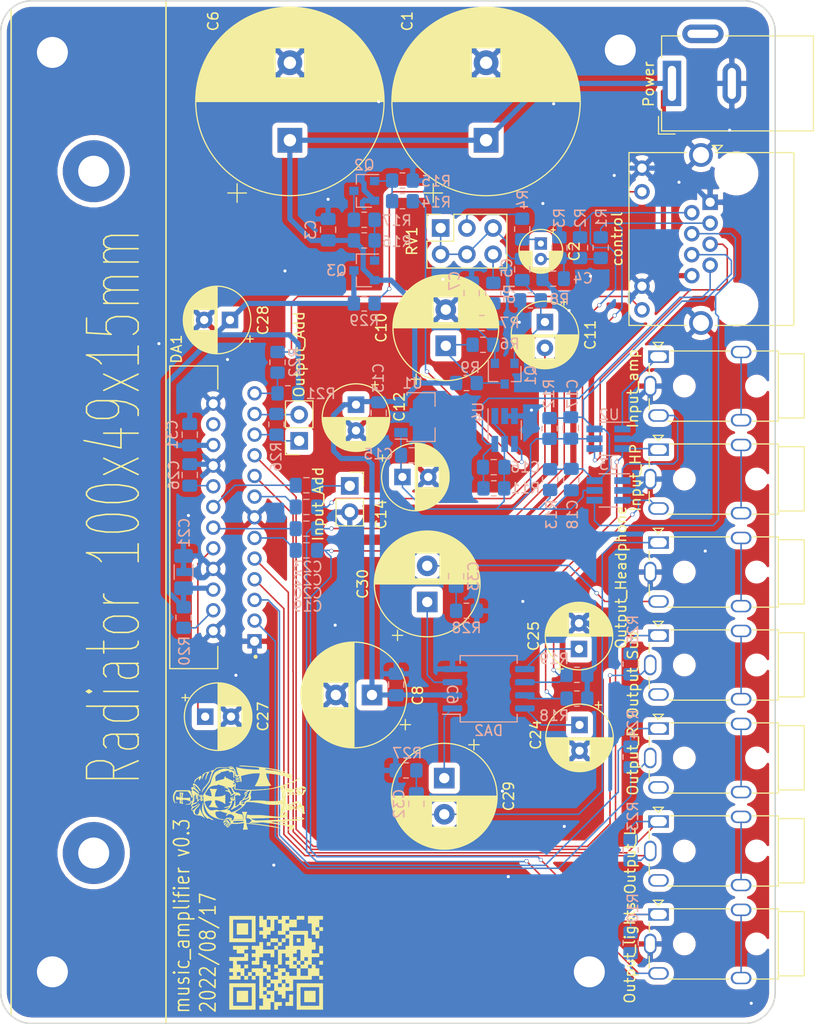
<source format=kicad_pcb>
(kicad_pcb (version 20171130) (host pcbnew "(5.1.7)-1")
  (title_block (title music_amplifier) (date 2022-08-17) (rev v0.3) (company piro.tex))
  (layers (0 F.Cu signal) (31 B.Cu signal) (34 B.Paste user) (35 F.Paste user) (36 B.SilkS user) (37 F.SilkS user) (38 B.Mask user) (39 F.Mask user) (44 Edge.Cuts user))
  (net 0 "")
  (net 1 GND)
  (net 2 +12V)
  (net 3 "Net-(C2-Pad2)")
  (net 4 "Net-(C2-Pad1)")
  (net 5 "Net-(C5-Pad2)")
  (net 6 "Net-(C7-Pad2)")
  (net 7 "Net-(C11-Pad1)")
  (net 8 /input_speaker_sub)
  (net 9 +5V)
  (net 10 /amp_power)
  (net 11 /select_input)
  (net 12 /output_R_l)
  (net 13 "Net-(C20-Pad1)")
  (net 14 /output_R_r)
  (net 15 /amp_vdd)
  (net 16 "Net-(C23-Pad1)")
  (net 17 "Net-(C24-Pad1)")
  (net 18 "Net-(C25-Pad1)")
  (net 19 "Net-(C29-Pad2)")
  (net 20 "Net-(C29-Pad1)")
  (net 21 "Net-(C30-Pad2)")
  (net 22 "Net-(C30-Pad1)")
  (net 23 "Net-(C32-Pad1)")
  (net 24 "Net-(DA1-Pad3)")
  (net 25 "Net-(DA1-Pad4)")
  (net 26 "Net-(DA1-Pad5)")
  (net 27 "Net-(DA1-Pad7)")
  (net 28 "Net-(DA1-Pad9)")
  (net 29 "Net-(DA1-Pad17)")
  (net 30 "Net-(DA1-Pad19)")
  (net 31 "Net-(DA1-Pad21)")
  (net 32 "Net-(DA1-Pad22)")
  (net 33 "Net-(DA1-Pad23)")
  (net 34 "Net-(DA1-Pad25)")
  (net 35 /input_headphone_l)
  (net 36 /input_headphone_r)
  (net 37 "Net-(J2-PadR2)")
  (net 38 "Net-(J3-PadR2)")
  (net 39 /input_speaker_l)
  (net 40 /input_speaker_r)
  (net 41 /input_R_r)
  (net 42 /input_R_l)
  (net 43 "Net-(J7-PadR2)")
  (net 44 "Net-(J7-PadR1)")
  (net 45 "Net-(J8-PadR2)")
  (net 46 "Net-(J8-PadR1)")
  (net 47 "Net-(J9-PadR2)")
  (net 48 "Net-(J9-PadR1)")
  (net 49 "Net-(J11-PadR2)")
  (net 50 "Net-(Q2-Pad3)")
  (net 51 "Net-(Q2-Pad1)")
  (net 52 "Net-(Q3-Pad1)")
  (net 53 "Net-(R4-Pad1)")
  (net 54 "Net-(R5-Pad1)")
  (net 55 /amp_gate)
  (net 56 "Net-(C33-Pad1)")
  (net 57 "Net-(C10-Pad1)")
  (net 58 "Net-(C19-Pad1)")
  (net 59 "Net-(C22-Pad1)")
  (net 60 "Net-(C23-Pad2)")
  (net 61 "Net-(C26-Pad2)")
  (net 62 "Net-(C27-Pad1)")
  (net 63 /led_cd)
  (net 64 /led_power)
  (net 65 "Net-(J5-PadR2)")
  (module mine:knight_10x13mm (layer F.Cu) (at 94.114 130.156 90)
    (fp_text reference G*** hide)
    (fp_text value LOGO hide)
  )
  (module mine:qr_code_front_10mm (layer F.Cu) (at 97.67 146.158 90)
    (fp_text reference G*** hide)
    (fp_text value LOGO hide)
  )
  (module Capacitor_SMD:C_0805_2012Metric_Pad1.18x1.45mm_HandSolder (layer B.Cu) (at 100.6 106.2)
    (fp_text reference C19 (at 0.118 5.414) (layer B.SilkS) (effects (justify mirror)))
    (fp_text value 100n)
    (pad 2 smd roundrect (at 1.0375 0) (size 1.175 1.45) (layers B.Cu B.Paste B.Mask) (roundrect_rratio 0.2127659574468085) (net 12 /output_R_l))
    (pad 1 smd roundrect (at -1.0375 0) (size 1.175 1.45) (layers B.Cu B.Paste B.Mask) (roundrect_rratio 0.2127659574468085) (net 58 "Net-(C19-Pad1)"))
  )
  (module Resistor_SMD:R_0805_2012Metric_Pad1.20x1.40mm_HandSolder (layer B.Cu) (at 132 144.2 90)
    (fp_text reference R10 (at 3.376 0.214 90) (layer B.SilkS) (effects (justify mirror)))
    (fp_text value 1M)
    (pad 2 smd roundrect (at 1 0 90) (size 1.2 1.4) (layers B.Cu B.Paste B.Mask) (roundrect_rratio 0.2083325) (net 12 /output_R_l))
    (pad 1 smd roundrect (at -1 0 90) (size 1.2 1.4) (layers B.Cu B.Paste B.Mask) (roundrect_rratio 0.2083325) (net 14 /output_R_r))
  )
  (module mine:Jack_3.5mm_PJ322 (layer F.Cu) (at 137 142 270)
    (fp_text reference J5)
    (fp_text value Output_lights (at 3.142 5.08 90) (layer F.SilkS))
    (pad R2 thru_hole oval (at 5.6 -5.7) (size 2 1.2) (drill oval 1.6 0.9) (layers *.Cu *.Mask) (net 65 "Net-(J5-PadR2)"))
    (pad S thru_hole oval (at 2.3 3.1 270) (size 2 1.2) (drill oval 1.6 0.9) (layers *.Cu *.Mask) (net 1 GND))
    (pad T thru_hole rect (at -0.55 2.3) (size 2 1.2) (drill oval 1.6 0.9) (layers *.Cu *.Mask) (net 12 /output_R_l))
    (pad R1 thru_hole oval (at 5.15 2.3) (size 2 1.2) (drill oval 1.6 0.9) (layers *.Cu *.Mask) (net 14 /output_R_r))
    (pad R2 thru_hole oval (at -1 -5.7) (size 2 1.2) (drill oval 1.6 0.9) (layers *.Cu *.Mask) (net 65 "Net-(J5-PadR2)"))
    (pad "" np_thru_hole circle (at 2.3 -7.2 270) (size 1.2 1.2) (drill 1.2) (layers *.Cu *.Mask))
    (pad "" np_thru_hole circle (at 2.3 -0.2 270) (size 1.2 1.2) (drill 1.2) (layers *.Cu *.Mask))
  )
  (module mine:Jack_3.5mm_PJ322 (layer F.Cu) (at 137 97 270)
    (fp_text reference J2)
    (fp_text value Input_HP (at 2.168 4.532 90) (layer F.SilkS))
    (pad R2 thru_hole oval (at 5.6 -5.7) (size 2 1.2) (drill oval 1.6 0.9) (layers *.Cu *.Mask) (net 37 "Net-(J2-PadR2)"))
    (pad S thru_hole oval (at 2.3 3.1 270) (size 2 1.2) (drill oval 1.6 0.9) (layers *.Cu *.Mask) (net 1 GND))
    (pad T thru_hole rect (at -0.55 2.3) (size 2 1.2) (drill oval 1.6 0.9) (layers *.Cu *.Mask) (net 35 /input_headphone_l))
    (pad R1 thru_hole oval (at 5.15 2.3) (size 2 1.2) (drill oval 1.6 0.9) (layers *.Cu *.Mask) (net 36 /input_headphone_r))
    (pad R2 thru_hole oval (at -1 -5.7) (size 2 1.2) (drill oval 1.6 0.9) (layers *.Cu *.Mask) (net 37 "Net-(J2-PadR2)"))
    (pad "" np_thru_hole circle (at 2.3 -7.2 270) (size 1.2 1.2) (drill 1.2) (layers *.Cu *.Mask))
    (pad "" np_thru_hole circle (at 2.3 -0.2 270) (size 1.2 1.2) (drill 1.2) (layers *.Cu *.Mask))
  )
  (module Resistor_SMD:R_0805_2012Metric_Pad1.20x1.40mm_HandSolder (layer B.Cu) (at 106.2 82.3)
    (fp_text reference R29 (at 0 1.65) (layer B.SilkS) (effects (justify mirror)))
    (fp_text value 1.3k)
    (pad 2 smd roundrect (at 1 0) (size 1.2 1.4) (layers B.Cu B.Paste B.Mask) (roundrect_rratio 0.2083325) (net 64 /led_power))
    (pad 1 smd roundrect (at -1 0) (size 1.2 1.4) (layers B.Cu B.Paste B.Mask) (roundrect_rratio 0.2083325) (net 15 /amp_vdd))
  )
  (module Resistor_SMD:R_0805_2012Metric_Pad1.20x1.40mm_HandSolder (layer B.Cu) (at 97.8 88 90)
    (fp_text reference R22 (at 0 1.648 90) (layer B.SilkS) (effects (justify mirror)))
    (fp_text value 1.3k)
    (pad 2 smd roundrect (at 1 0 90) (size 1.2 1.4) (layers B.Cu B.Paste B.Mask) (roundrect_rratio 0.2083325) (net 63 /led_cd))
    (pad 1 smd roundrect (at -1 0 90) (size 1.2 1.4) (layers B.Cu B.Paste B.Mask) (roundrect_rratio 0.2083325) (net 34 "Net-(DA1-Pad25)"))
  )
  (module Connector_RJ:RJ45_Amphenol_RJHSE538X (layer F.Cu) (at 139.7 72.5 270)
    (fp_text reference J4)
    (fp_text value control (at 3.56 9.01 90) (layer F.SilkS))
    (pad 12 thru_hole circle (at 10.42 6.6 270) (size 1.5 1.5) (drill 0.89) (layers *.Cu *.Mask) (net 63 /led_cd))
    (pad 11 thru_hole circle (at 8.13 6.6 270) (size 1.5 1.5) (drill 0.89) (layers *.Cu *.Mask) (net 1 GND))
    (pad 10 thru_hole circle (at -1.01 6.6 270) (size 1.5 1.5) (drill 0.89) (layers *.Cu *.Mask) (net 64 /led_power))
    (pad 9 thru_hole circle (at -3.3 6.6 270) (size 1.5 1.5) (drill 0.89) (layers *.Cu *.Mask) (net 1 GND))
    (pad SH thru_hole circle (at -4.57 0.89 270) (size 2.3 2.3) (drill 1.57) (layers *.Cu *.Mask) (net 1 GND))
    (pad SH thru_hole circle (at 11.69 0.89 270) (size 2.3 2.3) (drill 1.57) (layers *.Cu *.Mask) (net 1 GND))
    (pad "" np_thru_hole circle (at 9.91 -2.54 270) (size 3.25 3.25) (drill 3.25) (layers *.Cu *.Mask))
    (pad "" np_thru_hole circle (at -2.79 -2.54 270) (size 3.25 3.25) (drill 3.25) (layers *.Cu *.Mask))
    (pad 8 thru_hole circle (at 7.112 1.78 270) (size 1.5 1.5) (drill 0.89) (layers *.Cu *.Mask) (net 2 +12V))
    (pad 6 thru_hole circle (at 5.08 1.78 270) (size 1.5 1.5) (drill 0.89) (layers *.Cu *.Mask) (net 11 /select_input))
    (pad 4 thru_hole circle (at 3.048 1.78 270) (size 1.5 1.5) (drill 0.89) (layers *.Cu *.Mask) (net 41 /input_R_r))
    (pad 2 thru_hole circle (at 1.016 1.78 270) (size 1.5 1.5) (drill 0.89) (layers *.Cu *.Mask) (net 14 /output_R_r))
    (pad 7 thru_hole circle (at 6.096 0 270) (size 1.5 1.5) (drill 0.89) (layers *.Cu *.Mask) (net 10 /amp_power))
    (pad 5 thru_hole circle (at 4.064 0 270) (size 1.5 1.5) (drill 0.89) (layers *.Cu *.Mask) (net 42 /input_R_l))
    (pad 3 thru_hole circle (at 2.032 0 270) (size 1.5 1.5) (drill 0.89) (layers *.Cu *.Mask) (net 12 /output_R_l))
    (pad 1 thru_hole rect (at 0 0 270) (size 1.5 1.5) (drill 0.89) (layers *.Cu *.Mask) (net 1 GND))
  )
  (module Capacitor_SMD:C_1206_3216Metric_Pad1.33x1.80mm_HandSolder (layer B.Cu) (at 88.7 108.3 90)
    (fp_text reference C21 (at 3.798 0.08 90) (layer B.SilkS) (effects (justify mirror)))
    (fp_text value 4.7u)
    (pad 2 smd roundrect (at 1.5625 0 90) (size 1.325 1.8) (layers B.Cu B.Paste B.Mask) (roundrect_rratio 0.1886784905660377) (net 1 GND))
    (pad 1 smd roundrect (at -1.5625 0 90) (size 1.325 1.8) (layers B.Cu B.Paste B.Mask) (roundrect_rratio 0.1886784905660377) (net 15 /amp_vdd))
  )
  (module Capacitor_THT:CP_Radial_D6.3mm_P2.50mm (layer F.Cu) (at 93.2 83.9 180)
    (fp_text reference C28 (at -3.2 -0.028 270) (layer F.SilkS))
    (fp_text value 47u)
    (pad 2 thru_hole circle (at 2.5 0 180) (size 1.6 1.6) (drill 0.8) (layers *.Cu *.Mask) (net 1 GND))
    (pad 1 thru_hole rect (at 0 0 180) (size 1.6 1.6) (drill 0.8) (layers *.Cu *.Mask) (net 15 /amp_vdd))
  )
  (module Connector_PinSocket_2.54mm:PinSocket_1x02_P2.54mm_Vertical (layer F.Cu) (at 99.9 95.6 180)
    (fp_text reference J10)
    (fp_text value Output_Add (at 0 8.37 90) (layer F.SilkS))
    (pad 2 thru_hole oval (at 0 2.54 180) (size 1.7 1.7) (drill 1) (layers *.Cu *.Mask) (net 33 "Net-(DA1-Pad23)"))
    (pad 1 thru_hole rect (at 0 0 180) (size 1.7 1.7) (drill 1) (layers *.Cu *.Mask) (net 31 "Net-(DA1-Pad21)"))
  )
  (module Connector_PinSocket_2.54mm:PinSocket_1x02_P2.54mm_Vertical (layer F.Cu) (at 104.8 99.96)
    (fp_text reference J6)
    (fp_text value Input_Add (at -3.066 1.748 90) (layer F.SilkS))
    (pad 2 thru_hole oval (at 0 2.54) (size 1.7 1.7) (drill 1) (layers *.Cu *.Mask) (net 1 GND))
    (pad 1 thru_hole rect (at 0 0) (size 1.7 1.7) (drill 1) (layers *.Cu *.Mask) (net 60 "Net-(C23-Pad2)"))
  )
  (module Package_TO_SOT_SMD:SOT-23-6_Handsoldering (layer B.Cu) (at 119.8 94.55 270)
    (fp_text reference U4 (at -1.732 2.572 90) (layer B.SilkS) (effects (justify mirror)))
    (fp_text value SN74LVC1G3157)
    (pad 5 smd rect (at 1.35 0 270) (size 1.56 0.65) (layers B.Cu B.Paste B.Mask) (net 9 +5V))
    (pad 6 smd rect (at 1.35 0.95 270) (size 1.56 0.65) (layers B.Cu B.Paste B.Mask) (net 10 /amp_power))
    (pad 4 smd rect (at 1.35 -0.95 270) (size 1.56 0.65) (layers B.Cu B.Paste B.Mask) (net 55 /amp_gate))
    (pad 3 smd rect (at -1.35 -0.95 270) (size 1.56 0.65) (layers B.Cu B.Paste B.Mask) (net 1 GND))
    (pad 2 smd rect (at -1.35 0 270) (size 1.56 0.65) (layers B.Cu B.Paste B.Mask) (net 1 GND))
    (pad 1 smd rect (at -1.35 0.95 270) (size 1.56 0.65) (layers B.Cu B.Paste B.Mask) (net 9 +5V))
  )
  (module Package_TO_SOT_SMD:SOT-23-6_Handsoldering (layer B.Cu) (at 129.85 100.4 180)
    (fp_text reference U3 (at -0.078 2.502) (layer B.SilkS) (effects (justify mirror)))
    (fp_text value SN74LVC1G3157)
    (pad 5 smd rect (at 1.35 0 180) (size 1.56 0.65) (layers B.Cu B.Paste B.Mask) (net 9 +5V))
    (pad 6 smd rect (at 1.35 0.95 180) (size 1.56 0.65) (layers B.Cu B.Paste B.Mask) (net 11 /select_input))
    (pad 4 smd rect (at 1.35 -0.95 180) (size 1.56 0.65) (layers B.Cu B.Paste B.Mask) (net 41 /input_R_r))
    (pad 3 smd rect (at -1.35 -0.95 180) (size 1.56 0.65) (layers B.Cu B.Paste B.Mask) (net 36 /input_headphone_r))
    (pad 2 smd rect (at -1.35 0 180) (size 1.56 0.65) (layers B.Cu B.Paste B.Mask) (net 1 GND))
    (pad 1 smd rect (at -1.35 0.95 180) (size 1.56 0.65) (layers B.Cu B.Paste B.Mask) (net 40 /input_speaker_r))
  )
  (module Package_TO_SOT_SMD:SOT-23-6_Handsoldering (layer B.Cu) (at 129.85 95.4 180)
    (fp_text reference U2 (at -0.078 2.328) (layer B.SilkS) (effects (justify mirror)))
    (fp_text value SN74LVC1G3157)
    (pad 5 smd rect (at 1.35 0 180) (size 1.56 0.65) (layers B.Cu B.Paste B.Mask) (net 9 +5V))
    (pad 6 smd rect (at 1.35 0.95 180) (size 1.56 0.65) (layers B.Cu B.Paste B.Mask) (net 11 /select_input))
    (pad 4 smd rect (at 1.35 -0.95 180) (size 1.56 0.65) (layers B.Cu B.Paste B.Mask) (net 42 /input_R_l))
    (pad 3 smd rect (at -1.35 -0.95 180) (size 1.56 0.65) (layers B.Cu B.Paste B.Mask) (net 35 /input_headphone_l))
    (pad 2 smd rect (at -1.35 0 180) (size 1.56 0.65) (layers B.Cu B.Paste B.Mask) (net 1 GND))
    (pad 1 smd rect (at -1.35 0.95 180) (size 1.56 0.65) (layers B.Cu B.Paste B.Mask) (net 39 /input_speaker_l))
  )
  (module Package_TO_SOT_SMD:SOT-89-3 (layer B.Cu) (at 111.4 93.3)
    (fp_text reference U1 (at -0.522 -3.276) (layer B.SilkS) (effects (justify mirror)))
    (fp_text value L78L05)
    (pad 2 smd custom (at -1.5625 0) (size 1.475 0.9) (layers B.Cu B.Paste B.Mask) (net 1 GND) (options (clearance outline) (anchor rect)) (primitives (gr_poly (pts (xy 0.7375 0.8665) (xy 3.8625 0.8665) (xy 3.8625 -0.8665) (xy 0.7375 -0.8665)) (width 0))))
    (pad 3 smd rect (at -1.65 -1.5) (size 1.3 0.9) (layers B.Cu B.Paste B.Mask) (net 2 +12V))
    (pad 1 smd rect (at -1.65 1.5) (size 1.3 0.9) (layers B.Cu B.Paste B.Mask) (net 9 +5V))
  )
  (module Connector_PinSocket_2.54mm:PinSocket_2x03_P2.54mm_Vertical (layer F.Cu) (at 113.6 75 90)
    (fp_text reference RV1 (at -1.27 -2.77 90) (layer F.SilkS))
    (fp_text value 100k)
    (pad 6 thru_hole oval (at -2.54 5.08 90) (size 1.7 1.7) (drill 1) (layers *.Cu *.Mask) (net 54 "Net-(R5-Pad1)"))
    (pad 5 thru_hole oval (at 0 5.08 90) (size 1.7 1.7) (drill 1) (layers *.Cu *.Mask) (net 5 "Net-(C5-Pad2)"))
    (pad 4 thru_hole oval (at -2.54 2.54 90) (size 1.7 1.7) (drill 1) (layers *.Cu *.Mask) (net 5 "Net-(C5-Pad2)"))
    (pad 3 thru_hole oval (at 0 2.54 90) (size 1.7 1.7) (drill 1) (layers *.Cu *.Mask) (net 53 "Net-(R4-Pad1)"))
    (pad 2 thru_hole oval (at -2.54 0 90) (size 1.7 1.7) (drill 1) (layers *.Cu *.Mask) (net 5 "Net-(C5-Pad2)"))
    (pad 1 thru_hole rect (at 0 0 90) (size 1.7 1.7) (drill 1) (layers *.Cu *.Mask) (net 5 "Net-(C5-Pad2)"))
  )
  (module Resistor_SMD:R_0805_2012Metric_Pad1.20x1.40mm_HandSolder (layer B.Cu) (at 116.1 112.05)
    (fp_text reference R28 (at 0 1.65) (layer B.SilkS) (effects (justify mirror)))
    (fp_text value 4.7R)
    (pad 2 smd roundrect (at 1 0) (size 1.2 1.4) (layers B.Cu B.Paste B.Mask) (roundrect_rratio 0.2083325) (net 1 GND))
    (pad 1 smd roundrect (at -1 0) (size 1.2 1.4) (layers B.Cu B.Paste B.Mask) (roundrect_rratio 0.2083325) (net 56 "Net-(C33-Pad1)"))
  )
  (module Resistor_SMD:R_0805_2012Metric_Pad1.20x1.40mm_HandSolder (layer B.Cu) (at 110.25 127.5 180)
    (fp_text reference R27 (at -0.12 1.662) (layer B.SilkS) (effects (justify mirror)))
    (fp_text value 4.7R)
    (pad 2 smd roundrect (at 1 0 180) (size 1.2 1.4) (layers B.Cu B.Paste B.Mask) (roundrect_rratio 0.2083325) (net 1 GND))
    (pad 1 smd roundrect (at -1 0 180) (size 1.2 1.4) (layers B.Cu B.Paste B.Mask) (roundrect_rratio 0.2083325) (net 23 "Net-(C32-Pad1)"))
  )
  (module Resistor_SMD:R_0805_2012Metric_Pad1.20x1.40mm_HandSolder (layer B.Cu) (at 97.7 94 270)
    (fp_text reference R26 (at 3.136 0.03 90) (layer B.SilkS) (effects (justify mirror)))
    (fp_text value 1M)
    (pad 2 smd roundrect (at 1 0 270) (size 1.2 1.4) (layers B.Cu B.Paste B.Mask) (roundrect_rratio 0.2083325) (net 31 "Net-(DA1-Pad21)"))
    (pad 1 smd roundrect (at -1 0 270) (size 1.2 1.4) (layers B.Cu B.Paste B.Mask) (roundrect_rratio 0.2083325) (net 33 "Net-(DA1-Pad23)"))
  )
  (module Resistor_SMD:R_0805_2012Metric_Pad1.20x1.40mm_HandSolder (layer B.Cu) (at 132 117.2 90)
    (fp_text reference R25 (at 3.3 0.214 90) (layer B.SilkS) (effects (justify mirror)))
    (fp_text value 1M)
    (pad 2 smd roundrect (at 1 0 90) (size 1.2 1.4) (layers B.Cu B.Paste B.Mask) (roundrect_rratio 0.2083325) (net 29 "Net-(DA1-Pad17)"))
    (pad 1 smd roundrect (at -1 0 90) (size 1.2 1.4) (layers B.Cu B.Paste B.Mask) (roundrect_rratio 0.2083325) (net 30 "Net-(DA1-Pad19)"))
  )
  (module Resistor_SMD:R_0805_2012Metric_Pad1.20x1.40mm_HandSolder (layer B.Cu) (at 132 126.2 90)
    (fp_text reference R24 (at 3.156 0.214 90) (layer B.SilkS) (effects (justify mirror)))
    (fp_text value 1M)
    (pad 2 smd roundrect (at 1 0 90) (size 1.2 1.4) (layers B.Cu B.Paste B.Mask) (roundrect_rratio 0.2083325) (net 26 "Net-(DA1-Pad5)"))
    (pad 1 smd roundrect (at -1 0 90) (size 1.2 1.4) (layers B.Cu B.Paste B.Mask) (roundrect_rratio 0.2083325) (net 24 "Net-(DA1-Pad3)"))
  )
  (module Resistor_SMD:R_0805_2012Metric_Pad1.20x1.40mm_HandSolder (layer B.Cu) (at 132 135.2 90)
    (fp_text reference R23 (at 3.266 0.214 90) (layer B.SilkS) (effects (justify mirror)))
    (fp_text value 1M)
    (pad 2 smd roundrect (at 1 0 90) (size 1.2 1.4) (layers B.Cu B.Paste B.Mask) (roundrect_rratio 0.2083325) (net 28 "Net-(DA1-Pad9)"))
    (pad 1 smd roundrect (at -1 0 90) (size 1.2 1.4) (layers B.Cu B.Paste B.Mask) (roundrect_rratio 0.2083325) (net 27 "Net-(DA1-Pad7)"))
  )
  (module Resistor_SMD:R_0805_2012Metric_Pad1.20x1.40mm_HandSolder (layer B.Cu) (at 98.8 91 180)
    (fp_text reference R21 (at -3.188 -0.04) (layer B.SilkS) (effects (justify mirror)))
    (fp_text value 47k)
    (pad 2 smd roundrect (at 1 0 180) (size 1.2 1.4) (layers B.Cu B.Paste B.Mask) (roundrect_rratio 0.2083325) (net 34 "Net-(DA1-Pad25)"))
    (pad 1 smd roundrect (at -1 0 180) (size 1.2 1.4) (layers B.Cu B.Paste B.Mask) (roundrect_rratio 0.2083325) (net 15 /amp_vdd))
  )
  (module Resistor_SMD:R_0805_2012Metric_Pad1.20x1.40mm_HandSolder (layer B.Cu) (at 88.7 112.7 270)
    (fp_text reference R20 (at 3.232 -0.08 90) (layer B.SilkS) (effects (justify mirror)))
    (fp_text value 10k)
    (pad 2 smd roundrect (at 1 0 270) (size 1.2 1.4) (layers B.Cu B.Paste B.Mask) (roundrect_rratio 0.2083325) (net 25 "Net-(DA1-Pad4)"))
    (pad 1 smd roundrect (at -1 0 270) (size 1.2 1.4) (layers B.Cu B.Paste B.Mask) (roundrect_rratio 0.2083325) (net 15 /amp_vdd))
  )
  (module Resistor_SMD:R_0805_2012Metric_Pad1.20x1.40mm_HandSolder (layer B.Cu) (at 126.8 118.25)
    (fp_text reference R19 (at -2.206 -1.556) (layer B.SilkS) (effects (justify mirror)))
    (fp_text value 10k)
    (pad 2 smd roundrect (at 1 0) (size 1.2 1.4) (layers B.Cu B.Paste B.Mask) (roundrect_rratio 0.2083325) (net 1 GND))
    (pad 1 smd roundrect (at -1 0) (size 1.2 1.4) (layers B.Cu B.Paste B.Mask) (roundrect_rratio 0.2083325) (net 36 /input_headphone_r))
  )
  (module Resistor_SMD:R_0805_2012Metric_Pad1.20x1.40mm_HandSolder (layer B.Cu) (at 126.8 120.55)
    (fp_text reference R18 (at -2.206 1.65) (layer B.SilkS) (effects (justify mirror)))
    (fp_text value 10k)
    (pad 2 smd roundrect (at 1 0) (size 1.2 1.4) (layers B.Cu B.Paste B.Mask) (roundrect_rratio 0.2083325) (net 1 GND))
    (pad 1 smd roundrect (at -1 0) (size 1.2 1.4) (layers B.Cu B.Paste B.Mask) (roundrect_rratio 0.2083325) (net 35 /input_headphone_l))
  )
  (module Resistor_SMD:R_0805_2012Metric_Pad1.20x1.40mm_HandSolder (layer B.Cu) (at 106.2 74.2 180)
    (fp_text reference R17 (at -3.154 -0.076) (layer B.SilkS) (effects (justify mirror)))
    (fp_text value 1k)
    (pad 2 smd roundrect (at 1 0 180) (size 1.2 1.4) (layers B.Cu B.Paste B.Mask) (roundrect_rratio 0.2083325) (net 50 "Net-(Q2-Pad3)"))
    (pad 1 smd roundrect (at -1 0 180) (size 1.2 1.4) (layers B.Cu B.Paste B.Mask) (roundrect_rratio 0.2083325) (net 52 "Net-(Q3-Pad1)"))
  )
  (module Resistor_SMD:R_0805_2012Metric_Pad1.20x1.40mm_HandSolder (layer B.Cu) (at 106.2 76.2)
    (fp_text reference R16 (at 3.154 0.108) (layer B.SilkS) (effects (justify mirror)))
    (fp_text value 10k)
    (pad 2 smd roundrect (at 1 0) (size 1.2 1.4) (layers B.Cu B.Paste B.Mask) (roundrect_rratio 0.2083325) (net 52 "Net-(Q3-Pad1)"))
    (pad 1 smd roundrect (at -1 0) (size 1.2 1.4) (layers B.Cu B.Paste B.Mask) (roundrect_rratio 0.2083325) (net 2 +12V))
  )
  (module Resistor_SMD:R_0805_2012Metric_Pad1.20x1.40mm_HandSolder (layer B.Cu) (at 109.9 70.4)
    (fp_text reference R15 (at 3.264 0.066) (layer B.SilkS) (effects (justify mirror)))
    (fp_text value 10k)
    (pad 2 smd roundrect (at 1 0) (size 1.2 1.4) (layers B.Cu B.Paste B.Mask) (roundrect_rratio 0.2083325) (net 1 GND))
    (pad 1 smd roundrect (at -1 0) (size 1.2 1.4) (layers B.Cu B.Paste B.Mask) (roundrect_rratio 0.2083325) (net 51 "Net-(Q2-Pad1)"))
  )
  (module Resistor_SMD:R_0805_2012Metric_Pad1.20x1.40mm_HandSolder (layer B.Cu) (at 109.9 72.4 180)
    (fp_text reference R14 (at -3.264 -0.098) (layer B.SilkS) (effects (justify mirror)))
    (fp_text value 1k)
    (pad 2 smd roundrect (at 1 0 180) (size 1.2 1.4) (layers B.Cu B.Paste B.Mask) (roundrect_rratio 0.2083325) (net 51 "Net-(Q2-Pad1)"))
    (pad 1 smd roundrect (at -1 0 180) (size 1.2 1.4) (layers B.Cu B.Paste B.Mask) (roundrect_rratio 0.2083325) (net 55 /amp_gate))
  )
  (module Resistor_SMD:R_0805_2012Metric_Pad1.20x1.40mm_HandSolder (layer B.Cu) (at 124.2 99.35 90)
    (fp_text reference R13 (at -3.374 0.14 90) (layer B.SilkS) (effects (justify mirror)))
    (fp_text value 10k)
    (pad 2 smd roundrect (at 1 0 90) (size 1.2 1.4) (layers B.Cu B.Paste B.Mask) (roundrect_rratio 0.2083325) (net 11 /select_input))
    (pad 1 smd roundrect (at -1 0 90) (size 1.2 1.4) (layers B.Cu B.Paste B.Mask) (roundrect_rratio 0.2083325) (net 9 +5V))
  )
  (module Resistor_SMD:R_0805_2012Metric_Pad1.20x1.40mm_HandSolder (layer B.Cu) (at 124.15 94.4 90)
    (fp_text reference R12 (at 3.36 -0.064 90) (layer B.SilkS) (effects (justify mirror)))
    (fp_text value 10k)
    (pad 2 smd roundrect (at 1 0 90) (size 1.2 1.4) (layers B.Cu B.Paste B.Mask) (roundrect_rratio 0.2083325) (net 11 /select_input))
    (pad 1 smd roundrect (at -1 0 90) (size 1.2 1.4) (layers B.Cu B.Paste B.Mask) (roundrect_rratio 0.2083325) (net 9 +5V))
  )
  (module Resistor_SMD:R_0805_2012Metric_Pad1.20x1.40mm_HandSolder (layer B.Cu) (at 118.75 100.2 180)
    (fp_text reference R11 (at -3.05 0.016) (layer B.SilkS) (effects (justify mirror)))
    (fp_text value 10k)
    (pad 2 smd roundrect (at 1 0 180) (size 1.2 1.4) (layers B.Cu B.Paste B.Mask) (roundrect_rratio 0.2083325) (net 10 /amp_power))
    (pad 1 smd roundrect (at -1 0 180) (size 1.2 1.4) (layers B.Cu B.Paste B.Mask) (roundrect_rratio 0.2083325) (net 9 +5V))
  )
  (module Resistor_SMD:R_0805_2012Metric_Pad1.20x1.40mm_HandSolder (layer B.Cu) (at 116.1 90)
    (fp_text reference R9 (at 0.366 -1.5) (layer B.SilkS) (effects (justify mirror)))
    (fp_text value 200)
    (pad 2 smd roundrect (at 1 0) (size 1.2 1.4) (layers B.Cu B.Paste B.Mask) (roundrect_rratio 0.2083325) (net 57 "Net-(C10-Pad1)"))
    (pad 1 smd roundrect (at -1 0) (size 1.2 1.4) (layers B.Cu B.Paste B.Mask) (roundrect_rratio 0.2083325) (net 2 +12V))
  )
  (module Resistor_SMD:R_0805_2012Metric_Pad1.20x1.40mm_HandSolder (layer B.Cu) (at 122.3 82 180)
    (fp_text reference R8 (at -2.802 0.104) (layer B.SilkS) (effects (justify mirror)))
    (fp_text value 3.3k)
    (pad 2 smd roundrect (at 1 0 180) (size 1.2 1.4) (layers B.Cu B.Paste B.Mask) (roundrect_rratio 0.2083325) (net 1 GND))
    (pad 1 smd roundrect (at -1 0 180) (size 1.2 1.4) (layers B.Cu B.Paste B.Mask) (roundrect_rratio 0.2083325) (net 7 "Net-(C11-Pad1)"))
  )
  (module Resistor_SMD:R_0805_2012Metric_Pad1.20x1.40mm_HandSolder (layer B.Cu) (at 117.6 84.2)
    (fp_text reference R7 (at 2.676 -0.018) (layer B.SilkS) (effects (justify mirror)))
    (fp_text value 240k)
    (pad 2 smd roundrect (at 1 0) (size 1.2 1.4) (layers B.Cu B.Paste B.Mask) (roundrect_rratio 0.2083325) (net 1 GND))
    (pad 1 smd roundrect (at -1 0) (size 1.2 1.4) (layers B.Cu B.Paste B.Mask) (roundrect_rratio 0.2083325) (net 6 "Net-(C7-Pad2)"))
  )
  (module Resistor_SMD:R_0805_2012Metric_Pad1.20x1.40mm_HandSolder (layer B.Cu) (at 117.7 86.3)
    (fp_text reference R6 (at 2.576 -0.086) (layer B.SilkS) (effects (justify mirror)))
    (fp_text value 200k)
    (pad 2 smd roundrect (at 1 0) (size 1.2 1.4) (layers B.Cu B.Paste B.Mask) (roundrect_rratio 0.2083325) (net 6 "Net-(C7-Pad2)"))
    (pad 1 smd roundrect (at -1 0) (size 1.2 1.4) (layers B.Cu B.Paste B.Mask) (roundrect_rratio 0.2083325) (net 57 "Net-(C10-Pad1)"))
  )
  (module Resistor_SMD:R_0805_2012Metric_Pad1.20x1.40mm_HandSolder (layer B.Cu) (at 118.7 81.3 270)
    (fp_text reference R5 (at 0.088 -1.576 90) (layer B.SilkS) (effects (justify mirror)))
    (fp_text value 10k)
    (pad 2 smd roundrect (at 1 0 270) (size 1.2 1.4) (layers B.Cu B.Paste B.Mask) (roundrect_rratio 0.2083325) (net 6 "Net-(C7-Pad2)"))
    (pad 1 smd roundrect (at -1 0 270) (size 1.2 1.4) (layers B.Cu B.Paste B.Mask) (roundrect_rratio 0.2083325) (net 54 "Net-(R5-Pad1)"))
  )
  (module Resistor_SMD:R_0805_2012Metric_Pad1.20x1.40mm_HandSolder (layer B.Cu) (at 121.5 75.1 270)
    (fp_text reference R4 (at -2.856 -0.046 90) (layer B.SilkS) (effects (justify mirror)))
    (fp_text value 10k)
    (pad 2 smd roundrect (at 1 0 270) (size 1.2 1.4) (layers B.Cu B.Paste B.Mask) (roundrect_rratio 0.2083325) (net 4 "Net-(C2-Pad1)"))
    (pad 1 smd roundrect (at -1 0 270) (size 1.2 1.4) (layers B.Cu B.Paste B.Mask) (roundrect_rratio 0.2083325) (net 53 "Net-(R4-Pad1)"))
  )
  (module Resistor_SMD:R_0805_2012Metric_Pad1.20x1.40mm_HandSolder (layer B.Cu) (at 125.1 76.9 90)
    (fp_text reference R3 (at 2.878 0.002 90) (layer B.SilkS) (effects (justify mirror)))
    (fp_text value 10k)
    (pad 2 smd roundrect (at 1 0 90) (size 1.2 1.4) (layers B.Cu B.Paste B.Mask) (roundrect_rratio 0.2083325) (net 1 GND))
    (pad 1 smd roundrect (at -1 0 90) (size 1.2 1.4) (layers B.Cu B.Paste B.Mask) (roundrect_rratio 0.2083325) (net 3 "Net-(C2-Pad2)"))
  )
  (module Resistor_SMD:R_0805_2012Metric_Pad1.20x1.40mm_HandSolder (layer B.Cu) (at 127.1 76.9 90)
    (fp_text reference R2 (at 2.878 0.034 90) (layer B.SilkS) (effects (justify mirror)))
    (fp_text value 10k)
    (pad 2 smd roundrect (at 1 0 90) (size 1.2 1.4) (layers B.Cu B.Paste B.Mask) (roundrect_rratio 0.2083325) (net 14 /output_R_r))
    (pad 1 smd roundrect (at -1 0 90) (size 1.2 1.4) (layers B.Cu B.Paste B.Mask) (roundrect_rratio 0.2083325) (net 3 "Net-(C2-Pad2)"))
  )
  (module Resistor_SMD:R_0805_2012Metric_Pad1.20x1.40mm_HandSolder (layer B.Cu) (at 129.1 76.9 90)
    (fp_text reference R1 (at 2.878 0.066 90) (layer B.SilkS) (effects (justify mirror)))
    (fp_text value 10k)
    (pad 2 smd roundrect (at 1 0 90) (size 1.2 1.4) (layers B.Cu B.Paste B.Mask) (roundrect_rratio 0.2083325) (net 12 /output_R_l))
    (pad 1 smd roundrect (at -1 0 90) (size 1.2 1.4) (layers B.Cu B.Paste B.Mask) (roundrect_rratio 0.2083325) (net 3 "Net-(C2-Pad2)"))
  )
  (module Package_TO_SOT_SMD:SOT-23 (layer B.Cu) (at 106.2 79.1 180)
    (fp_text reference Q3 (at 2.688 -0.002) (layer B.SilkS) (effects (justify mirror)))
    (fp_text value AO3401A)
    (pad 3 smd rect (at 1 0 180) (size 0.9 0.8) (layers B.Cu B.Paste B.Mask) (net 15 /amp_vdd))
    (pad 2 smd rect (at -1 -0.95 180) (size 0.9 0.8) (layers B.Cu B.Paste B.Mask) (net 2 +12V))
    (pad 1 smd rect (at -1 0.95 180) (size 0.9 0.8) (layers B.Cu B.Paste B.Mask) (net 52 "Net-(Q3-Pad1)"))
  )
  (module Package_TO_SOT_SMD:SOT-23 (layer B.Cu) (at 106.2 71.4 180)
    (fp_text reference Q2 (at 0 2.5) (layer B.SilkS) (effects (justify mirror)))
    (fp_text value BSS138)
    (pad 3 smd rect (at 1 0 180) (size 0.9 0.8) (layers B.Cu B.Paste B.Mask) (net 50 "Net-(Q2-Pad3)"))
    (pad 2 smd rect (at -1 -0.95 180) (size 0.9 0.8) (layers B.Cu B.Paste B.Mask) (net 1 GND))
    (pad 1 smd rect (at -1 0.95 180) (size 0.9 0.8) (layers B.Cu B.Paste B.Mask) (net 51 "Net-(Q2-Pad1)"))
  )
  (module Package_TO_SOT_SMD:SOT-23 (layer B.Cu) (at 119.8 89.1 270)
    (fp_text reference Q1 (at 0.162 -2.508 90) (layer B.SilkS) (effects (justify mirror)))
    (fp_text value BC817)
    (pad 3 smd rect (at 1 0 270) (size 0.9 0.8) (layers B.Cu B.Paste B.Mask) (net 57 "Net-(C10-Pad1)"))
    (pad 2 smd rect (at -1 -0.95 270) (size 0.9 0.8) (layers B.Cu B.Paste B.Mask) (net 7 "Net-(C11-Pad1)"))
    (pad 1 smd rect (at -1 0.95 270) (size 0.9 0.8) (layers B.Cu B.Paste B.Mask) (net 6 "Net-(C7-Pad2)"))
  )
  (module mine:Jack_3.5mm_PJ322 (layer F.Cu) (at 137 106 270)
    (fp_text reference J11)
    (fp_text value Output_Headphone (at 2.82 5.929 90) (layer F.SilkS))
    (pad R2 thru_hole oval (at 5.6 -5.7) (size 2 1.2) (drill oval 1.6 0.9) (layers *.Cu *.Mask) (net 49 "Net-(J11-PadR2)"))
    (pad S thru_hole oval (at 2.3 3.1 270) (size 2 1.2) (drill oval 1.6 0.9) (layers *.Cu *.Mask) (net 1 GND))
    (pad T thru_hole rect (at -0.55 2.3) (size 2 1.2) (drill oval 1.6 0.9) (layers *.Cu *.Mask) (net 19 "Net-(C29-Pad2)"))
    (pad R1 thru_hole oval (at 5.15 2.3) (size 2 1.2) (drill oval 1.6 0.9) (layers *.Cu *.Mask) (net 21 "Net-(C30-Pad2)"))
    (pad R2 thru_hole oval (at -1 -5.7) (size 2 1.2) (drill oval 1.6 0.9) (layers *.Cu *.Mask) (net 49 "Net-(J11-PadR2)"))
    (pad "" np_thru_hole circle (at 2.3 -7.2 270) (size 1.2 1.2) (drill 1.2) (layers *.Cu *.Mask))
    (pad "" np_thru_hole circle (at 2.3 -0.2 270) (size 1.2 1.2) (drill 1.2) (layers *.Cu *.Mask))
  )
  (module mine:Jack_3.5mm_PJ322 (layer F.Cu) (at 137 124 270)
    (fp_text reference J9)
    (fp_text value Output_R (at 2.6 4.786 90) (layer F.SilkS))
    (pad R2 thru_hole oval (at 5.6 -5.7) (size 2 1.2) (drill oval 1.6 0.9) (layers *.Cu *.Mask) (net 47 "Net-(J9-PadR2)"))
    (pad S thru_hole oval (at 2.3 3.1 270) (size 2 1.2) (drill oval 1.6 0.9) (layers *.Cu *.Mask) (net 24 "Net-(DA1-Pad3)"))
    (pad T thru_hole rect (at -0.55 2.3) (size 2 1.2) (drill oval 1.6 0.9) (layers *.Cu *.Mask) (net 26 "Net-(DA1-Pad5)"))
    (pad R1 thru_hole oval (at 5.15 2.3) (size 2 1.2) (drill oval 1.6 0.9) (layers *.Cu *.Mask) (net 48 "Net-(J9-PadR1)"))
    (pad R2 thru_hole oval (at -1 -5.7) (size 2 1.2) (drill oval 1.6 0.9) (layers *.Cu *.Mask) (net 47 "Net-(J9-PadR2)"))
    (pad "" np_thru_hole circle (at 2.3 -7.2 270) (size 1.2 1.2) (drill 1.2) (layers *.Cu *.Mask))
    (pad "" np_thru_hole circle (at 2.3 -0.2 270) (size 1.2 1.2) (drill 1.2) (layers *.Cu *.Mask))
  )
  (module mine:Jack_3.5mm_PJ322 (layer F.Cu) (at 137 115 270)
    (fp_text reference J8)
    (fp_text value Output_Sub (at 3.218 4.786 90) (layer F.SilkS))
    (pad R2 thru_hole oval (at 5.6 -5.7) (size 2 1.2) (drill oval 1.6 0.9) (layers *.Cu *.Mask) (net 45 "Net-(J8-PadR2)"))
    (pad S thru_hole oval (at 2.3 3.1 270) (size 2 1.2) (drill oval 1.6 0.9) (layers *.Cu *.Mask) (net 30 "Net-(DA1-Pad19)"))
    (pad T thru_hole rect (at -0.55 2.3) (size 2 1.2) (drill oval 1.6 0.9) (layers *.Cu *.Mask) (net 29 "Net-(DA1-Pad17)"))
    (pad R1 thru_hole oval (at 5.15 2.3) (size 2 1.2) (drill oval 1.6 0.9) (layers *.Cu *.Mask) (net 46 "Net-(J8-PadR1)"))
    (pad R2 thru_hole oval (at -1 -5.7) (size 2 1.2) (drill oval 1.6 0.9) (layers *.Cu *.Mask) (net 45 "Net-(J8-PadR2)"))
    (pad "" np_thru_hole circle (at 2.3 -7.2 270) (size 1.2 1.2) (drill 1.2) (layers *.Cu *.Mask))
    (pad "" np_thru_hole circle (at 2.3 -0.2 270) (size 1.2 1.2) (drill 1.2) (layers *.Cu *.Mask))
  )
  (module mine:Jack_3.5mm_PJ322 (layer F.Cu) (at 137 133 270)
    (fp_text reference J7)
    (fp_text value Output_L (at 3.252 5.04 90) (layer F.SilkS))
    (pad R2 thru_hole oval (at 5.6 -5.7) (size 2 1.2) (drill oval 1.6 0.9) (layers *.Cu *.Mask) (net 43 "Net-(J7-PadR2)"))
    (pad S thru_hole oval (at 2.3 3.1 270) (size 2 1.2) (drill oval 1.6 0.9) (layers *.Cu *.Mask) (net 27 "Net-(DA1-Pad7)"))
    (pad T thru_hole rect (at -0.55 2.3) (size 2 1.2) (drill oval 1.6 0.9) (layers *.Cu *.Mask) (net 28 "Net-(DA1-Pad9)"))
    (pad R1 thru_hole oval (at 5.15 2.3) (size 2 1.2) (drill oval 1.6 0.9) (layers *.Cu *.Mask) (net 44 "Net-(J7-PadR1)"))
    (pad R2 thru_hole oval (at -1 -5.7) (size 2 1.2) (drill oval 1.6 0.9) (layers *.Cu *.Mask) (net 43 "Net-(J7-PadR2)"))
    (pad "" np_thru_hole circle (at 2.3 -7.2 270) (size 1.2 1.2) (drill 1.2) (layers *.Cu *.Mask))
    (pad "" np_thru_hole circle (at 2.3 -0.2 270) (size 1.2 1.2) (drill 1.2) (layers *.Cu *.Mask))
  )
  (module mine:Jack_3.5mm_PJ322 (layer F.Cu) (at 137 88 270)
    (fp_text reference J3)
    (fp_text value Input_amp (at 2.54 4.786 90) (layer F.SilkS))
    (pad R2 thru_hole oval (at 5.6 -5.7) (size 2 1.2) (drill oval 1.6 0.9) (layers *.Cu *.Mask) (net 38 "Net-(J3-PadR2)"))
    (pad S thru_hole oval (at 2.3 3.1 270) (size 2 1.2) (drill oval 1.6 0.9) (layers *.Cu *.Mask) (net 1 GND))
    (pad T thru_hole rect (at -0.55 2.3) (size 2 1.2) (drill oval 1.6 0.9) (layers *.Cu *.Mask) (net 39 /input_speaker_l))
    (pad R1 thru_hole oval (at 5.15 2.3) (size 2 1.2) (drill oval 1.6 0.9) (layers *.Cu *.Mask) (net 40 /input_speaker_r))
    (pad R2 thru_hole oval (at -1 -5.7) (size 2 1.2) (drill oval 1.6 0.9) (layers *.Cu *.Mask) (net 38 "Net-(J3-PadR2)"))
    (pad "" np_thru_hole circle (at 2.3 -7.2 270) (size 1.2 1.2) (drill 1.2) (layers *.Cu *.Mask))
    (pad "" np_thru_hole circle (at 2.3 -0.2 270) (size 1.2 1.2) (drill 1.2) (layers *.Cu *.Mask))
  )
  (module Connector_BarrelJack:BarrelJack_Wuerth_6941xx301002 (layer F.Cu) (at 136 61 90)
    (fp_text reference J1)
    (fp_text value Power (at -0.068 -2.262 90) (layer F.SilkS))
    (pad 1 thru_hole rect (at 0 0 90) (size 4.4 1.8) (drill oval 3.4 0.8) (layers *.Cu *.Mask) (net 2 +12V))
    (pad 2 thru_hole oval (at 0 5.8 90) (size 4 1.8) (drill oval 3 0.8) (layers *.Cu *.Mask) (net 1 GND))
    (pad 3 thru_hole oval (at 4.8 3 180) (size 4 1.8) (drill oval 3 0.8) (layers *.Cu *.Mask))
  )
  (module Package_SO:SO-8_5.3x6.2mm_P1.27mm (layer B.Cu) (at 118.25 119.6)
    (fp_text reference DA2 (at 0 4.05) (layer B.SilkS) (effects (justify mirror)))
    (fp_text value TDA2822)
    (pad 8 smd roundrect (at 3.5 1.905) (size 1.9 0.6) (layers B.Cu B.Paste B.Mask) (net 17 "Net-(C24-Pad1)"))
    (pad 7 smd roundrect (at 3.5 0.635) (size 1.9 0.6) (layers B.Cu B.Paste B.Mask) (net 35 /input_headphone_l))
    (pad 6 smd roundrect (at 3.5 -0.635) (size 1.9 0.6) (layers B.Cu B.Paste B.Mask) (net 36 /input_headphone_r))
    (pad 5 smd roundrect (at 3.5 -1.905) (size 1.9 0.6) (layers B.Cu B.Paste B.Mask) (net 18 "Net-(C25-Pad1)"))
    (pad 4 smd roundrect (at -3.5 -1.905) (size 1.9 0.6) (layers B.Cu B.Paste B.Mask) (net 1 GND))
    (pad 3 smd roundrect (at -3.5 -0.635) (size 1.9 0.6) (layers B.Cu B.Paste B.Mask) (net 22 "Net-(C30-Pad1)"))
    (pad 2 smd roundrect (at -3.5 0.635) (size 1.9 0.6) (layers B.Cu B.Paste B.Mask) (net 2 +12V))
    (pad 1 smd roundrect (at -3.5 1.905) (size 1.9 0.6) (layers B.Cu B.Paste B.Mask) (net 20 "Net-(C29-Pad1)"))
  )
  (module mine:flexiwatt25 (layer F.Cu) (at 95.578 115 90)
    (fp_text reference DA1 (at 28.278 -7.56 90) (layer F.SilkS))
    (fp_text value TDA7851L)
    (pad 1 thru_hole rect (at 0 0 90) (size 1.388 1.388) (drill 0.88) (layers *.Cu *.Mask) (net 1 GND))
    (pad 2 thru_hole circle (at 1 -4 90) (size 1.388 1.388) (drill 0.88) (layers *.Cu *.Mask) (net 1 GND))
    (pad 3 thru_hole circle (at 2 0 90) (size 1.388 1.388) (drill 0.88) (layers *.Cu *.Mask) (net 24 "Net-(DA1-Pad3)"))
    (pad 4 thru_hole circle (at 3 -4 90) (size 1.388 1.388) (drill 0.88) (layers *.Cu *.Mask) (net 25 "Net-(DA1-Pad4)"))
    (pad 5 thru_hole circle (at 4 0 90) (size 1.388 1.388) (drill 0.88) (layers *.Cu *.Mask) (net 26 "Net-(DA1-Pad5)"))
    (pad 6 thru_hole circle (at 5 -4 90) (size 1.388 1.388) (drill 0.88) (layers *.Cu *.Mask) (net 15 /amp_vdd))
    (pad 7 thru_hole circle (at 6 0 90) (size 1.388 1.388) (drill 0.88) (layers *.Cu *.Mask) (net 27 "Net-(DA1-Pad7)"))
    (pad 8 thru_hole circle (at 7 -4 90) (size 1.388 1.388) (drill 0.88) (layers *.Cu *.Mask) (net 1 GND))
    (pad 9 thru_hole circle (at 8 0 90) (size 1.388 1.388) (drill 0.88) (layers *.Cu *.Mask) (net 28 "Net-(DA1-Pad9)"))
    (pad 10 thru_hole circle (at 9 -4 90) (size 1.388 1.388) (drill 0.88) (layers *.Cu *.Mask) (net 62 "Net-(C27-Pad1)"))
    (pad 11 thru_hole circle (at 10 0 90) (size 1.388 1.388) (drill 0.88) (layers *.Cu *.Mask) (net 58 "Net-(C19-Pad1)"))
    (pad 12 thru_hole circle (at 11 -4 90) (size 1.388 1.388) (drill 0.88) (layers *.Cu *.Mask) (net 13 "Net-(C20-Pad1)"))
    (pad 13 thru_hole circle (at 12 0 90) (size 1.388 1.388) (drill 0.88) (layers *.Cu *.Mask) (net 1 GND))
    (pad 14 thru_hole circle (at 13 -4 90) (size 1.388 1.388) (drill 0.88) (layers *.Cu *.Mask) (net 16 "Net-(C23-Pad1)"))
    (pad 15 thru_hole circle (at 14 0 90) (size 1.388 1.388) (drill 0.88) (layers *.Cu *.Mask) (net 59 "Net-(C22-Pad1)"))
    (pad 16 thru_hole circle (at 15 -4 90) (size 1.388 1.388) (drill 0.88) (layers *.Cu *.Mask) (net 61 "Net-(C26-Pad2)"))
    (pad 17 thru_hole circle (at 16 0 90) (size 1.388 1.388) (drill 0.88) (layers *.Cu *.Mask) (net 29 "Net-(DA1-Pad17)"))
    (pad 18 thru_hole circle (at 17 -4 90) (size 1.388 1.388) (drill 0.88) (layers *.Cu *.Mask) (net 1 GND))
    (pad 19 thru_hole circle (at 18 0 90) (size 1.388 1.388) (drill 0.88) (layers *.Cu *.Mask) (net 30 "Net-(DA1-Pad19)"))
    (pad 20 thru_hole circle (at 19 -4 90) (size 1.388 1.388) (drill 0.88) (layers *.Cu *.Mask) (net 15 /amp_vdd))
    (pad 21 thru_hole circle (at 20 0 90) (size 1.388 1.388) (drill 0.88) (layers *.Cu *.Mask) (net 31 "Net-(DA1-Pad21)"))
    (pad 22 thru_hole circle (at 21 -4 90) (size 1.388 1.388) (drill 0.88) (layers *.Cu *.Mask) (net 32 "Net-(DA1-Pad22)"))
    (pad 23 thru_hole circle (at 22 0 90) (size 1.388 1.388) (drill 0.88) (layers *.Cu *.Mask) (net 33 "Net-(DA1-Pad23)"))
    (pad 24 thru_hole circle (at 23 -4 90) (size 1.388 1.388) (drill 0.88) (layers *.Cu *.Mask) (net 1 GND))
    (pad 25 thru_hole circle (at 24 0 90) (size 1.388 1.388) (drill 0.88) (layers *.Cu *.Mask) (net 34 "Net-(DA1-Pad25)"))
  )
  (module Capacitor_SMD:C_0805_2012Metric_Pad1.18x1.45mm_HandSolder (layer B.Cu) (at 115.1 108.7 90)
    (fp_text reference C33 (at 0 1.68 90) (layer B.SilkS) (effects (justify mirror)))
    (fp_text value 100n)
    (pad 2 smd roundrect (at 1.0375 0 90) (size 1.175 1.45) (layers B.Cu B.Paste B.Mask) (roundrect_rratio 0.2127659574468085) (net 21 "Net-(C30-Pad2)"))
    (pad 1 smd roundrect (at -1.0375 0 90) (size 1.175 1.45) (layers B.Cu B.Paste B.Mask) (roundrect_rratio 0.2127659574468085) (net 56 "Net-(C33-Pad1)"))
  )
  (module Capacitor_SMD:C_0805_2012Metric_Pad1.18x1.45mm_HandSolder (layer B.Cu) (at 111.25 130.7375 270)
    (fp_text reference C32 (at 0 1.68 90) (layer B.SilkS) (effects (justify mirror)))
    (fp_text value 100n)
    (pad 2 smd roundrect (at 1.0375 0 270) (size 1.175 1.45) (layers B.Cu B.Paste B.Mask) (roundrect_rratio 0.2127659574468085) (net 19 "Net-(C29-Pad2)"))
    (pad 1 smd roundrect (at -1.0375 0 270) (size 1.175 1.45) (layers B.Cu B.Paste B.Mask) (roundrect_rratio 0.2127659574468085) (net 23 "Net-(C32-Pad1)"))
  )
  (module Capacitor_THT:CP_Radial_D10.0mm_P3.50mm (layer F.Cu) (at 112.3 111.2 90)
    (fp_text reference C30 (at 1.75 -6.25 90) (layer F.SilkS))
    (fp_text value 470u)
    (pad 2 thru_hole circle (at 3.5 0 90) (size 2 2) (drill 1) (layers *.Cu *.Mask) (net 21 "Net-(C30-Pad2)"))
    (pad 1 thru_hole rect (at 0 0 90) (size 2 2) (drill 1) (layers *.Cu *.Mask) (net 22 "Net-(C30-Pad1)"))
  )
  (module Capacitor_THT:CP_Radial_D10.0mm_P3.50mm (layer F.Cu) (at 113.95 128.25 270)
    (fp_text reference C29 (at 1.75 -6.25 90) (layer F.SilkS))
    (fp_text value 470u)
    (pad 2 thru_hole circle (at 3.5 0 270) (size 2 2) (drill 1) (layers *.Cu *.Mask) (net 19 "Net-(C29-Pad2)"))
    (pad 1 thru_hole rect (at 0 0 270) (size 2 2) (drill 1) (layers *.Cu *.Mask) (net 20 "Net-(C29-Pad1)"))
  )
  (module Capacitor_THT:CP_Radial_D6.3mm_P2.50mm (layer F.Cu) (at 90.8 122.3)
    (fp_text reference C27 (at 5.6 -0.018 90) (layer F.SilkS))
    (fp_text value 47u)
    (pad 2 thru_hole circle (at 2.5 0) (size 1.6 1.6) (drill 0.8) (layers *.Cu *.Mask) (net 1 GND))
    (pad 1 thru_hole rect (at 0 0) (size 1.6 1.6) (drill 0.8) (layers *.Cu *.Mask) (net 62 "Net-(C27-Pad1)"))
  )
  (module Capacitor_SMD:C_0805_2012Metric_Pad1.18x1.45mm_HandSolder (layer B.Cu) (at 89.3 98.9 270)
    (fp_text reference C26 (at 0.014 1.536 90) (layer B.SilkS) (effects (justify mirror)))
    (fp_text value 0.47u)
    (pad 2 smd roundrect (at 1.0375 0 270) (size 1.175 1.45) (layers B.Cu B.Paste B.Mask) (roundrect_rratio 0.2127659574468085) (net 61 "Net-(C26-Pad2)"))
    (pad 1 smd roundrect (at -1.0375 0 270) (size 1.175 1.45) (layers B.Cu B.Paste B.Mask) (roundrect_rratio 0.2127659574468085) (net 1 GND))
  )
  (module Capacitor_THT:CP_Radial_D6.3mm_P2.50mm (layer F.Cu) (at 127 115.75 90)
    (fp_text reference C25 (at 1.25 -4.4 90) (layer F.SilkS))
    (fp_text value 100u)
    (pad 2 thru_hole circle (at 2.5 0 90) (size 1.6 1.6) (drill 0.8) (layers *.Cu *.Mask) (net 1 GND))
    (pad 1 thru_hole rect (at 0 0 90) (size 1.6 1.6) (drill 0.8) (layers *.Cu *.Mask) (net 18 "Net-(C25-Pad1)"))
  )
  (module Capacitor_THT:CP_Radial_D6.3mm_P2.50mm (layer F.Cu) (at 127.05 123.1 270)
    (fp_text reference C24 (at 0.96 4.234 90) (layer F.SilkS))
    (fp_text value 100u)
    (pad 2 thru_hole circle (at 2.5 0 270) (size 1.6 1.6) (drill 0.8) (layers *.Cu *.Mask) (net 1 GND))
    (pad 1 thru_hole rect (at 0 0 270) (size 1.6 1.6) (drill 0.8) (layers *.Cu *.Mask) (net 17 "Net-(C24-Pad1)"))
  )
  (module Capacitor_SMD:C_0805_2012Metric_Pad1.18x1.45mm_HandSolder (layer B.Cu) (at 100.6 99.9)
    (fp_text reference C23 (at 0.118 7.904) (layer B.SilkS) (effects (justify mirror)))
    (fp_text value 100n)
    (pad 2 smd roundrect (at 1.0375 0) (size 1.175 1.45) (layers B.Cu B.Paste B.Mask) (roundrect_rratio 0.2127659574468085) (net 60 "Net-(C23-Pad2)"))
    (pad 1 smd roundrect (at -1.0375 0) (size 1.175 1.45) (layers B.Cu B.Paste B.Mask) (roundrect_rratio 0.2127659574468085) (net 16 "Net-(C23-Pad1)"))
  )
  (module Capacitor_SMD:C_0805_2012Metric_Pad1.18x1.45mm_HandSolder (layer B.Cu) (at 100.6 102)
    (fp_text reference C22 (at 0.118 7.074) (layer B.SilkS) (effects (justify mirror)))
    (fp_text value 100n)
    (pad 2 smd roundrect (at 1.0375 0) (size 1.175 1.45) (layers B.Cu B.Paste B.Mask) (roundrect_rratio 0.2127659574468085) (net 8 /input_speaker_sub))
    (pad 1 smd roundrect (at -1.0375 0) (size 1.175 1.45) (layers B.Cu B.Paste B.Mask) (roundrect_rratio 0.2127659574468085) (net 59 "Net-(C22-Pad1)"))
  )
  (module Capacitor_SMD:C_0805_2012Metric_Pad1.18x1.45mm_HandSolder (layer B.Cu) (at 100.6 104.1)
    (fp_text reference C20 (at 0.118 6.244) (layer B.SilkS) (effects (justify mirror)))
    (fp_text value 100n)
    (pad 2 smd roundrect (at 1.0375 0) (size 1.175 1.45) (layers B.Cu B.Paste B.Mask) (roundrect_rratio 0.2127659574468085) (net 14 /output_R_r))
    (pad 1 smd roundrect (at -1.0375 0) (size 1.175 1.45) (layers B.Cu B.Paste B.Mask) (roundrect_rratio 0.2127659574468085) (net 13 "Net-(C20-Pad1)"))
  )
  (module Capacitor_SMD:C_0805_2012Metric_Pad1.18x1.45mm_HandSolder (layer B.Cu) (at 126.25 99.35 270)
    (fp_text reference C18 (at 3.374 -0.122 90) (layer B.SilkS) (effects (justify mirror)))
    (fp_text value 100n)
    (pad 2 smd roundrect (at 1.0375 0 270) (size 1.175 1.45) (layers B.Cu B.Paste B.Mask) (roundrect_rratio 0.2127659574468085) (net 9 +5V))
    (pad 1 smd roundrect (at -1.0375 0 270) (size 1.175 1.45) (layers B.Cu B.Paste B.Mask) (roundrect_rratio 0.2127659574468085) (net 11 /select_input))
  )
  (module Capacitor_SMD:C_0805_2012Metric_Pad1.18x1.45mm_HandSolder (layer B.Cu) (at 126.2 94.35 270)
    (fp_text reference C17 (at -3.31 -0.172 90) (layer B.SilkS) (effects (justify mirror)))
    (fp_text value 100n)
    (pad 2 smd roundrect (at 1.0375 0 270) (size 1.175 1.45) (layers B.Cu B.Paste B.Mask) (roundrect_rratio 0.2127659574468085) (net 9 +5V))
    (pad 1 smd roundrect (at -1.0375 0 270) (size 1.175 1.45) (layers B.Cu B.Paste B.Mask) (roundrect_rratio 0.2127659574468085) (net 11 /select_input))
  )
  (module Capacitor_SMD:C_0805_2012Metric_Pad1.18x1.45mm_HandSolder (layer B.Cu) (at 118.7375 98.15)
    (fp_text reference C16 (at 3.0625 0.002) (layer B.SilkS) (effects (justify mirror)))
    (fp_text value 100n)
    (pad 2 smd roundrect (at 1.0375 0) (size 1.175 1.45) (layers B.Cu B.Paste B.Mask) (roundrect_rratio 0.2127659574468085) (net 9 +5V))
    (pad 1 smd roundrect (at -1.0375 0) (size 1.175 1.45) (layers B.Cu B.Paste B.Mask) (roundrect_rratio 0.2127659574468085) (net 10 /amp_power))
  )
  (module Capacitor_SMD:C_0805_2012Metric_Pad1.18x1.45mm_HandSolder (layer B.Cu) (at 110.8 97 180)
    (fp_text reference C15 (at 3.224 0.118) (layer B.SilkS) (effects (justify mirror)))
    (fp_text value 100n)
    (pad 2 smd roundrect (at 1.0375 0 180) (size 1.175 1.45) (layers B.Cu B.Paste B.Mask) (roundrect_rratio 0.2127659574468085) (net 9 +5V))
    (pad 1 smd roundrect (at -1.0375 0 180) (size 1.175 1.45) (layers B.Cu B.Paste B.Mask) (roundrect_rratio 0.2127659574468085) (net 1 GND))
  )
  (module Capacitor_THT:CP_Radial_D6.3mm_P2.50mm (layer F.Cu) (at 109.9 99.1)
    (fp_text reference C14 (at -2.07 3.624 90) (layer F.SilkS))
    (fp_text value 100u)
    (pad 2 thru_hole circle (at 2.5 0) (size 1.6 1.6) (drill 0.8) (layers *.Cu *.Mask) (net 1 GND))
    (pad 1 thru_hole rect (at 0 0) (size 1.6 1.6) (drill 0.8) (layers *.Cu *.Mask) (net 9 +5V))
  )
  (module Capacitor_SMD:C_0805_2012Metric_Pad1.18x1.45mm_HandSolder (layer B.Cu) (at 107.6 92.9 90)
    (fp_text reference C13 (at 3.384 -0.024 90) (layer B.SilkS) (effects (justify mirror)))
    (fp_text value 100n)
    (pad 2 smd roundrect (at 1.0375 0 90) (size 1.175 1.45) (layers B.Cu B.Paste B.Mask) (roundrect_rratio 0.2127659574468085) (net 2 +12V))
    (pad 1 smd roundrect (at -1.0375 0 90) (size 1.175 1.45) (layers B.Cu B.Paste B.Mask) (roundrect_rratio 0.2127659574468085) (net 1 GND))
  )
  (module Capacitor_THT:CP_Radial_D6.3mm_P2.50mm (layer F.Cu) (at 105.4 92.1 270)
    (fp_text reference C12 (at 0.21 -4.208 270) (layer F.SilkS))
    (fp_text value 100u)
    (pad 2 thru_hole circle (at 2.5 0 270) (size 1.6 1.6) (drill 0.8) (layers *.Cu *.Mask) (net 1 GND))
    (pad 1 thru_hole rect (at 0 0 270) (size 1.6 1.6) (drill 0.8) (layers *.Cu *.Mask) (net 2 +12V))
  )
  (module Capacitor_THT:CP_Radial_D6.3mm_P2.50mm (layer F.Cu) (at 123.7 84.1 270)
    (fp_text reference C11 (at 1.25 -4.4 90) (layer F.SilkS))
    (fp_text value 100u)
    (pad 2 thru_hole circle (at 2.5 0 270) (size 1.6 1.6) (drill 0.8) (layers *.Cu *.Mask) (net 8 /input_speaker_sub))
    (pad 1 thru_hole rect (at 0 0 270) (size 1.6 1.6) (drill 0.8) (layers *.Cu *.Mask) (net 7 "Net-(C11-Pad1)"))
  )
  (module Capacitor_THT:CP_Radial_D10.0mm_P3.50mm (layer F.Cu) (at 114.1 86.4 90)
    (fp_text reference C10 (at 1.75 -6.25 90) (layer F.SilkS))
    (fp_text value 470u)
    (pad 2 thru_hole circle (at 3.5 0 90) (size 2 2) (drill 1) (layers *.Cu *.Mask) (net 1 GND))
    (pad 1 thru_hole rect (at 0 0 90) (size 2 2) (drill 1) (layers *.Cu *.Mask) (net 57 "Net-(C10-Pad1)"))
  )
  (module Capacitor_SMD:C_0805_2012Metric_Pad1.18x1.45mm_HandSolder (layer B.Cu) (at 109.3 119.1875 270)
    (fp_text reference C9 (at 0.95 -5.5 90) (layer B.SilkS) (effects (justify mirror)))
    (fp_text value 100n)
    (pad 2 smd roundrect (at 1.0375 0 270) (size 1.175 1.45) (layers B.Cu B.Paste B.Mask) (roundrect_rratio 0.2127659574468085) (net 2 +12V))
    (pad 1 smd roundrect (at -1.0375 0 270) (size 1.175 1.45) (layers B.Cu B.Paste B.Mask) (roundrect_rratio 0.2127659574468085) (net 1 GND))
  )
  (module Capacitor_THT:CP_Radial_D10.0mm_P3.50mm (layer F.Cu) (at 106.95 120.2 180)
    (fp_text reference C8 (at -4.436 -0.05 90) (layer F.SilkS))
    (fp_text value 470u)
    (pad 2 thru_hole circle (at 3.5 0 180) (size 2 2) (drill 1) (layers *.Cu *.Mask) (net 1 GND))
    (pad 1 thru_hole rect (at 0 0 180) (size 2 2) (drill 1) (layers *.Cu *.Mask) (net 2 +12V))
  )
  (module Capacitor_SMD:C_0805_2012Metric_Pad1.18x1.45mm_HandSolder (layer B.Cu) (at 89.3 95 270)
    (fp_text reference C31 (at 0 1.68 90) (layer B.SilkS) (effects (justify mirror)))
    (fp_text value 100n)
    (pad 2 smd roundrect (at 1.0375 0 270) (size 1.175 1.45) (layers B.Cu B.Paste B.Mask) (roundrect_rratio 0.2127659574468085) (net 15 /amp_vdd))
    (pad 1 smd roundrect (at -1.0375 0 270) (size 1.175 1.45) (layers B.Cu B.Paste B.Mask) (roundrect_rratio 0.2127659574468085) (net 1 GND))
  )
  (module Capacitor_SMD:C_0805_2012Metric_Pad1.18x1.45mm_HandSolder (layer B.Cu) (at 116.6 81.3 270)
    (fp_text reference C7 (at -1.182 1.658 90) (layer B.SilkS) (effects (justify mirror)))
    (fp_text value 33n)
    (pad 2 smd roundrect (at 1.0375 0 270) (size 1.175 1.45) (layers B.Cu B.Paste B.Mask) (roundrect_rratio 0.2127659574468085) (net 6 "Net-(C7-Pad2)"))
    (pad 1 smd roundrect (at -1.0375 0 270) (size 1.175 1.45) (layers B.Cu B.Paste B.Mask) (roundrect_rratio 0.2127659574468085) (net 1 GND))
  )
  (module Capacitor_THT:CP_Radial_D18.0mm_P7.50mm (layer F.Cu) (at 99 66.5 90)
    (fp_text reference C6 (at 11.528 -7.426 90) (layer F.SilkS))
    (fp_text value 4700u)
    (pad 2 thru_hole circle (at 7.5 0 90) (size 2.4 2.4) (drill 1.2) (layers *.Cu *.Mask) (net 1 GND))
    (pad 1 thru_hole rect (at 0 0 90) (size 2.4 2.4) (drill 1.2) (layers *.Cu *.Mask) (net 2 +12V))
  )
  (module Capacitor_SMD:C_0805_2012Metric_Pad1.18x1.45mm_HandSolder (layer B.Cu) (at 121.5 79 90)
    (fp_text reference C5 (at 0.152 -1.478 90) (layer B.SilkS) (effects (justify mirror)))
    (fp_text value 68n)
    (pad 2 smd roundrect (at 1.0375 0 90) (size 1.175 1.45) (layers B.Cu B.Paste B.Mask) (roundrect_rratio 0.2127659574468085) (net 5 "Net-(C5-Pad2)"))
    (pad 1 smd roundrect (at -1.0375 0 90) (size 1.175 1.45) (layers B.Cu B.Paste B.Mask) (roundrect_rratio 0.2127659574468085) (net 7 "Net-(C11-Pad1)"))
  )
  (module Capacitor_SMD:C_0805_2012Metric_Pad1.18x1.45mm_HandSolder (layer B.Cu) (at 124.5 79.9)
    (fp_text reference C4 (at 2.888 -0.036) (layer B.SilkS) (effects (justify mirror)))
    (fp_text value 100n)
    (pad 2 smd roundrect (at 1.0375 0) (size 1.175 1.45) (layers B.Cu B.Paste B.Mask) (roundrect_rratio 0.2127659574468085) (net 3 "Net-(C2-Pad2)"))
    (pad 1 smd roundrect (at -1.0375 0) (size 1.175 1.45) (layers B.Cu B.Paste B.Mask) (roundrect_rratio 0.2127659574468085) (net 1 GND))
  )
  (module Capacitor_SMD:C_0805_2012Metric_Pad1.18x1.45mm_HandSolder (layer B.Cu) (at 102.7 75.1625 270)
    (fp_text reference C3 (at 0 1.68 90) (layer B.SilkS) (effects (justify mirror)))
    (fp_text value 100n)
    (pad 2 smd roundrect (at 1.0375 0 270) (size 1.175 1.45) (layers B.Cu B.Paste B.Mask) (roundrect_rratio 0.2127659574468085) (net 2 +12V))
    (pad 1 smd roundrect (at -1.0375 0 270) (size 1.175 1.45) (layers B.Cu B.Paste B.Mask) (roundrect_rratio 0.2127659574468085) (net 1 GND))
  )
  (module Capacitor_THT:CP_Radial_D4.0mm_P1.50mm (layer F.Cu) (at 123.3 76.5 270)
    (fp_text reference C2 (at 0.75 -3.25 90) (layer F.SilkS))
    (fp_text value 1u)
    (pad 2 thru_hole circle (at 1.5 0 270) (size 1.2 1.2) (drill 0.6) (layers *.Cu *.Mask) (net 3 "Net-(C2-Pad2)"))
    (pad 1 thru_hole rect (at 0 0 270) (size 1.2 1.2) (drill 0.6) (layers *.Cu *.Mask) (net 4 "Net-(C2-Pad1)"))
  )
  (module Capacitor_THT:CP_Radial_D18.0mm_P7.50mm (layer F.Cu) (at 118 66.5 90)
    (fp_text reference C1 (at 11.528 -7.63 270) (layer F.SilkS))
    (fp_text value 4700u)
    (pad 2 thru_hole circle (at 7.5 0 90) (size 2.4 2.4) (drill 1.2) (layers *.Cu *.Mask) (net 1 GND))
    (pad 1 thru_hole rect (at 0 0 90) (size 2.4 2.4) (drill 1.2) (layers *.Cu *.Mask) (net 2 +12V))
  )
  (gr_text 2022/08/17 (at 91.066 145.142 90) (layer F.SilkS) (effects (font (size 1.5 1.2))))
  (gr_text "music_amplifier v0.3" (at 88.526 141.586 90) (layer F.SilkS) (effects (font (size 1.5 1.2))))
  (gr_text "Radiator 100x49x15mm" (at 82 102 90) (layer F.SilkS) (effects (font (size 5 3))))
  (gr_line (start 87 53) (end 87 152) (layer F.SilkS) (width 0.15))
  (gr_line (start 72 151.2) (end 72 53.8) (layer F.SilkS) (width 0.15))
  (gr_arc (start 143 56) (end 143 53) (angle 90) (layer Edge.Cuts) (width 0.15))
  (gr_arc (start 143 149) (end 146 149) (angle 90) (layer Edge.Cuts) (width 0.15))
  (gr_arc (start 74 56) (end 71 56) (angle 90) (layer Edge.Cuts) (width 0.15))
  (gr_arc (start 74 149) (end 74 152) (angle 90) (layer Edge.Cuts) (width 0.15))
  (gr_line (start 143 152) (end 74 152) (layer Edge.Cuts) (width 0.15))
  (gr_line (start 146 56) (end 146 149) (layer Edge.Cuts) (width 0.15))
  (gr_line (start 74 53) (end 143 53) (layer Edge.Cuts) (width 0.15))
  (gr_line (start 71 149) (end 71 56) (layer Edge.Cuts) (width 0.15))
  (via (at 80 135.5) (size 6) (drill 3) (layers F.Cu B.Cu) (net 0))
  (via (at 80 69.5) (size 6) (drill 3) (layers F.Cu B.Cu) (net 0))
  (via (at 125.5719 132.9246) (size 0.4) (drill 0.3) (layers F.Cu B.Cu) (net 1))
  (via (at 119.5775 129.5083) (size 0.4) (drill 0.3) (layers F.Cu B.Cu) (net 1))
  (via (at 121.5587 111.1441) (size 0.4) (drill 0.3) (layers F.Cu B.Cu) (net 1))
  (via (at 139.2244 106.2673) (size 0.4) (drill 0.3) (layers F.Cu B.Cu) (net 1))
  (via (at 143.6821 150.0442) (size 0.4) (drill 0.3) (layers F.Cu B.Cu) (net 1))
  (via (at 120.149 137.7887) (size 0.4) (drill 0.3) (layers F.Cu B.Cu) (net 1))
  (via (at 97.4414 136.6711) (size 0.4) (drill 0.3) (layers F.Cu B.Cu) (net 1))
  (via (at 93.7711 118.2942) (size 0.4) (drill 0.3) (layers F.Cu B.Cu) (net 1))
  (via (at 89.1737 102.8256) (size 0.4) (drill 0.3) (layers F.Cu B.Cu) (net 1))
  (via (at 92.9583 87.7253) (size 0.4) (drill 0.3) (layers F.Cu B.Cu) (net 1))
  (via (at 86.3162 86.1886) (size 0.4) (drill 0.3) (layers F.Cu B.Cu) (net 1))
  (via (at 98.5209 79.1528) (size 0.4) (drill 0.3) (layers F.Cu B.Cu) (net 1))
  (via (at 107.6014 62.7698) (size 0.4) (drill 0.3) (layers F.Cu B.Cu) (net 1))
  (via (at 124.5432 62.973) (size 0.4) (drill 0.3) (layers F.Cu B.Cu) (net 1))
  (via (at 141.5866 65.5257) (size 0.4) (drill 0.3) (layers F.Cu B.Cu) (net 1))
  (via (at 136.6844 70.5676) (size 0.4) (drill 0.3) (layers F.Cu B.Cu) (net 1))
  (via (at 130.4106 69.9072) (size 0.4) (drill 0.3) (layers F.Cu B.Cu) (net 1))
  (via (at 113.8244 79.9656) (size 0.4) (drill 0.3) (layers F.Cu B.Cu) (net 1))
  (via (at 128.1119 79.6608) (size 0.4) (drill 0.3) (layers F.Cu B.Cu) (net 1))
  (via (at 128 147) (size 3.5) (drill 3) (layers F.Cu B.Cu) (net 1))
  (via (at 76 58) (size 3.5) (drill 3) (layers F.Cu B.Cu) (net 1))
  (via (at 76 147) (size 3.5) (drill 3) (layers F.Cu B.Cu) (net 1))
  (via (at 131 57.766) (size 3.5) (drill 3) (layers F.Cu B.Cu) (net 1))
  (via (at 102.6992 72.2186) (size 0.4) (drill 0.3) (layers F.Cu B.Cu) (net 1))
  (segment (start 102.7 72.2194) (end 102.6992 72.2186) (width 0.5) (layer B.Cu) (net 1))
  (segment (start 102.7 74.125) (end 102.7 72.2194) (width 0.5) (layer B.Cu) (net 1))
  (segment (start 106.179 71.329) (end 107.2 72.35) (width 0.5) (layer B.Cu) (net 1))
  (segment (start 106.179 70.6692) (end 106.179 71.329) (width 0.5) (layer B.Cu) (net 1))
  (segment (start 105.8488 70.339) (end 106.179 70.6692) (width 0.5) (layer B.Cu) (net 1))
  (segment (start 103.1818 70.339) (end 105.8488 70.339) (width 0.5) (layer B.Cu) (net 1))
  (segment (start 102.6992 70.8216) (end 103.1818 70.339) (width 0.5) (layer B.Cu) (net 1))
  (segment (start 102.6992 72.2186) (end 102.6992 70.8216) (width 0.5) (layer B.Cu) (net 1))
  (segment (start 121.3 82) (end 121.3 83.1453) (width 0.5) (layer B.Cu) (net 1))
  (segment (start 120.2453 84.2) (end 118.6 84.2) (width 0.5) (layer B.Cu) (net 1))
  (via (at 121.2158 84.1185) (size 0.4) (drill 0.3) (layers F.Cu B.Cu) (net 1))
  (segment (start 120.8602 83.7629) (end 121.2158 84.1185) (width 0.5) (layer B.Cu) (net 1))
  (segment (start 120.6824 83.7629) (end 120.8602 83.7629) (width 0.5) (layer B.Cu) (net 1))
  (segment (start 121.3 83.1453) (end 120.6824 83.7629) (width 0.5) (layer B.Cu) (net 1))
  (segment (start 120.6824 83.7629) (end 120.2453 84.2) (width 0.5) (layer B.Cu) (net 1))
  (segment (start 120.75 93.2) (end 119.8 93.2) (width 0.5) (layer B.Cu) (net 1))
  (via (at 122.3969 92.6275) (size 0.4) (drill 0.3) (layers F.Cu B.Cu) (net 1))
  (segment (start 121.8244 93.2) (end 122.3969 92.6275) (width 0.5) (layer B.Cu) (net 1))
  (segment (start 120.75 93.2) (end 121.8244 93.2) (width 0.5) (layer B.Cu) (net 1))
  (segment (start 132.8 100.4) (end 133.9 99.3) (width 0.5) (layer B.Cu) (net 1))
  (segment (start 131.2 100.4) (end 132.8 100.4) (width 0.5) (layer B.Cu) (net 1))
  (segment (start 132.7855 91.4145) (end 133.9 90.3) (width 0.5) (layer B.Cu) (net 1))
  (segment (start 132.7855 94.8373) (end 132.7855 91.4145) (width 0.5) (layer B.Cu) (net 1))
  (segment (start 132.2228 95.4) (end 132.7855 94.8373) (width 0.5) (layer B.Cu) (net 1))
  (segment (start 131.2 95.4) (end 132.2228 95.4) (width 0.5) (layer B.Cu) (net 1))
  (segment (start 128.4802 113.8492) (end 128.4802 117.5698) (width 0.5) (layer B.Cu) (net 1))
  (segment (start 127.881 113.25) (end 128.4802 113.8492) (width 0.5) (layer B.Cu) (net 1))
  (segment (start 128.4802 117.5698) (end 127.8 118.25) (width 0.5) (layer B.Cu) (net 1))
  (segment (start 127 113.25) (end 127.881 113.25) (width 0.5) (layer B.Cu) (net 1))
  (segment (start 136.4 69.2) (end 139.7 72.5) (width 0.5) (layer B.Cu) (net 1))
  (segment (start 133.1 69.2) (end 136.4 69.2) (width 0.5) (layer B.Cu) (net 1))
  (segment (start 91.4405 97.8625) (end 91.578 98) (width 0.5) (layer B.Cu) (net 1))
  (segment (start 89.3 97.8625) (end 91.4405 97.8625) (width 0.5) (layer B.Cu) (net 1))
  (segment (start 133.1 69.2) (end 129.3398 69.2) (width 0.5) (layer B.Cu) (net 1))
  (segment (start 125.1 73.4398) (end 125.1 75.9) (width 0.5) (layer B.Cu) (net 1))
  (segment (start 123.578 72.7012) (end 123.5018 72.625) (width 0.5) (layer B.Cu) (net 1))
  (segment (start 125.8386 72.7012) (end 123.578 72.7012) (width 0.5) (layer B.Cu) (net 1))
  (via (at 123.5018 72.625) (size 0.4) (drill 0.3) (layers F.Cu B.Cu) (net 1))
  (segment (start 129.3398 69.2) (end 125.8386 72.7012) (width 0.5) (layer B.Cu) (net 1))
  (segment (start 125.8386 72.7012) (end 125.1 73.4398) (width 0.5) (layer B.Cu) (net 1))
  (via (at 103.385 113.4428) (size 0.4) (drill 0.3) (layers F.Cu B.Cu) (net 1))
  (via (at 126.0418 82.9882) (size 0.4) (drill 0.3) (layers F.Cu B.Cu) (net 1))
  (segment (start 123.4625 79.9) (end 126.0418 82.4793) (width 0.5) (layer B.Cu) (net 1))
  (segment (start 126.0418 82.4793) (end 126.0418 82.9882) (width 0.5) (layer B.Cu) (net 1))
  (segment (start 123.5 61) (end 118 66.5) (width 0.5) (layer B.Cu) (net 2))
  (segment (start 136 61) (end 123.5 61) (width 0.5) (layer B.Cu) (net 2))
  (segment (start 118 66.5) (end 99 66.5) (width 0.5) (layer B.Cu) (net 2))
  (segment (start 99 66.5) (end 99 74.1074) (width 0.5) (layer B.Cu) (net 2))
  (segment (start 101.0926 76.2) (end 105.2 76.2) (width 0.5) (layer B.Cu) (net 2))
  (segment (start 99 74.1074) (end 101.0926 76.2) (width 0.5) (layer B.Cu) (net 2))
  (segment (start 106.100001 78.950001) (end 107.2 80.05) (width 0.5) (layer B.Cu) (net 2))
  (segment (start 106.100001 77.100001) (end 106.100001 78.950001) (width 0.5) (layer B.Cu) (net 2))
  (segment (start 105.2 76.2) (end 106.100001 77.100001) (width 0.5) (layer B.Cu) (net 2))
  (segment (start 107.2 80.05) (end 108.8034 80.05) (width 0.5) (layer B.Cu) (net 2))
  (segment (start 108.8034 80.05) (end 111.0939 82.3405) (width 0.5) (layer B.Cu) (net 2))
  (segment (start 111.0939 82.3405) (end 111.0939 89.3509) (width 0.5) (layer B.Cu) (net 2))
  (segment (start 111.743 90) (end 115.1 90) (width 0.5) (layer B.Cu) (net 2))
  (segment (start 111.0939 89.3509) (end 111.743 90) (width 0.5) (layer B.Cu) (net 2))
  (segment (start 111.55 90) (end 109.75 91.8) (width 0.5) (layer B.Cu) (net 2))
  (segment (start 111.743 90) (end 111.55 90) (width 0.5) (layer B.Cu) (net 2))
  (segment (start 105.7 91.8) (end 105.4 92.1) (width 0.5) (layer B.Cu) (net 2))
  (segment (start 109.75 91.8) (end 105.7 91.8) (width 0.5) (layer B.Cu) (net 2))
  (segment (start 105.4 92.1) (end 104.2554 92.1) (width 0.5) (layer B.Cu) (net 2))
  (segment (start 104.2554 92.1) (end 103.2326 93.1228) (width 0.5) (layer B.Cu) (net 2))
  (segment (start 103.2326 93.1228) (end 103.2326 96.5645) (width 0.5) (layer B.Cu) (net 2))
  (segment (start 103.2326 96.5645) (end 103.9819 97.3138) (width 0.5) (layer B.Cu) (net 2))
  (segment (start 103.9819 97.3138) (end 106.4076 97.3138) (width 0.5) (layer B.Cu) (net 2))
  (segment (start 106.95 97.8562) (end 106.95 120.2) (width 0.5) (layer B.Cu) (net 2))
  (segment (start 106.4076 97.3138) (end 106.95 97.8562) (width 0.5) (layer B.Cu) (net 2))
  (segment (start 114.715 120.2) (end 114.75 120.235) (width 0.5) (layer B.Cu) (net 2))
  (segment (start 106.95 120.2) (end 114.715 120.2) (width 0.5) (layer B.Cu) (net 2))
  (segment (start 137.92 79.612) (end 136.1911 79.612) (width 0.5) (layer F.Cu) (net 2))
  (segment (start 136.1911 79.612) (end 135.1731 78.594) (width 0.5) (layer F.Cu) (net 2))
  (segment (start 135.1731 61.8269) (end 136 61) (width 0.5) (layer F.Cu) (net 2))
  (segment (start 135.1731 78.594) (end 135.1731 61.8269) (width 0.5) (layer F.Cu) (net 2))
  (segment (start 125.5375 78.3375) (end 125.1 77.9) (width 0.15) (layer B.Cu) (net 3))
  (segment (start 125.5375 79.9) (end 125.5375 78.3375) (width 0.15) (layer B.Cu) (net 3))
  (segment (start 129 78) (end 129.1 77.9) (width 0.15) (layer B.Cu) (net 3))
  (segment (start 123.3 78) (end 129 78) (width 0.15) (layer B.Cu) (net 3))
  (segment (start 125 78) (end 125.1 77.9) (width 0.15) (layer B.Cu) (net 3))
  (segment (start 123.3 78) (end 125 78) (width 0.15) (layer B.Cu) (net 3))
  (segment (start 125.1 77.9) (end 127.1 77.9) (width 0.15) (layer B.Cu) (net 3))
  (segment (start 122.9 76.1) (end 123.3 76.5) (width 0.15) (layer B.Cu) (net 4))
  (segment (start 121.5 76.1) (end 122.9 76.1) (width 0.15) (layer B.Cu) (net 4))
  (segment (start 118.68 75) (end 119.9712 76.2912) (width 0.15) (layer B.Cu) (net 5))
  (segment (start 119.9712 76.2912) (end 119.9712 77.451) (width 0.15) (layer B.Cu) (net 5))
  (segment (start 120.4827 77.9625) (end 121.5 77.9625) (width 0.15) (layer B.Cu) (net 5))
  (segment (start 119.9712 77.451) (end 120.4827 77.9625) (width 0.15) (layer B.Cu) (net 5))
  (segment (start 116.14 77.54) (end 118.68 75) (width 0.15) (layer B.Cu) (net 5))
  (segment (start 116.14 77.54) (end 113.6 77.54) (width 0.15) (layer B.Cu) (net 5))
  (segment (start 113.6 77.54) (end 113.6 75) (width 0.15) (layer B.Cu) (net 5))
  (segment (start 118.85 86.45) (end 118.7 86.3) (width 0.15) (layer B.Cu) (net 6))
  (segment (start 118.85 88.1) (end 118.85 86.45) (width 0.15) (layer B.Cu) (net 6))
  (segment (start 118.7 86.3) (end 116.6 84.2) (width 0.15) (layer B.Cu) (net 6))
  (segment (start 116.6 84.2) (end 116.6 82.3375) (width 0.15) (layer B.Cu) (net 6))
  (segment (start 118.6625 82.3375) (end 118.7 82.3) (width 0.15) (layer B.Cu) (net 6))
  (segment (start 116.6 82.3375) (end 118.6625 82.3375) (width 0.15) (layer B.Cu) (net 6))
  (segment (start 121.5 80.2) (end 123.3 82) (width 0.15) (layer B.Cu) (net 7))
  (segment (start 121.5 80.0375) (end 121.5 80.2) (width 0.15) (layer B.Cu) (net 7))
  (segment (start 123.3 83.7) (end 123.7 84.1) (width 0.15) (layer B.Cu) (net 7))
  (segment (start 123.3 82) (end 123.3 83.7) (width 0.15) (layer B.Cu) (net 7))
  (segment (start 120.75 87.05) (end 123.7 84.1) (width 0.15) (layer B.Cu) (net 7))
  (segment (start 120.75 88.1) (end 120.75 87.05) (width 0.15) (layer B.Cu) (net 7))
  (via (at 103.0421 101.581) (size 0.4) (drill 0.3) (layers F.Cu B.Cu) (net 8))
  (segment (start 102.6231 102) (end 103.0421 101.581) (width 0.15) (layer B.Cu) (net 8))
  (segment (start 101.6375 102) (end 102.6231 102) (width 0.15) (layer B.Cu) (net 8))
  (segment (start 123.7 97.8268) (end 123.7 86.6) (width 0.15) (layer F.Cu) (net 8))
  (segment (start 120.3395 101.1873) (end 123.7 97.8268) (width 0.15) (layer F.Cu) (net 8))
  (segment (start 103.4358 101.1873) (end 120.3395 101.1873) (width 0.15) (layer F.Cu) (net 8))
  (segment (start 103.0421 101.581) (end 103.4358 101.1873) (width 0.15) (layer F.Cu) (net 8))
  (segment (start 109.75 96.9875) (end 109.7625 97) (width 0.15) (layer B.Cu) (net 9))
  (segment (start 109.75 94.8) (end 109.75 96.9875) (width 0.15) (layer B.Cu) (net 9))
  (segment (start 109.7625 98.9625) (end 109.9 99.1) (width 0.15) (layer B.Cu) (net 9))
  (segment (start 109.7625 97) (end 109.7625 98.9625) (width 0.15) (layer B.Cu) (net 9))
  (segment (start 109.9 99.1) (end 109.9 100.1) (width 0.15) (layer B.Cu) (net 9))
  (segment (start 109.9 100.1) (end 112 102.2) (width 0.15) (layer B.Cu) (net 9))
  (segment (start 112 102.2) (end 119 102.2) (width 0.15) (layer B.Cu) (net 9))
  (segment (start 119.75 101.45) (end 119.75 100.2) (width 0.15) (layer B.Cu) (net 9))
  (segment (start 119 102.2) (end 119.75 101.45) (width 0.15) (layer B.Cu) (net 9))
  (segment (start 119.75 98.175) (end 119.775 98.15) (width 0.15) (layer B.Cu) (net 9))
  (segment (start 119.75 100.2) (end 119.75 98.175) (width 0.15) (layer B.Cu) (net 9))
  (segment (start 119.775 95.925) (end 119.8 95.9) (width 0.15) (layer B.Cu) (net 9))
  (segment (start 119.775 98.15) (end 119.775 95.925) (width 0.15) (layer B.Cu) (net 9))
  (segment (start 118.85 94.02) (end 118.85 93.2) (width 0.15) (layer B.Cu) (net 9))
  (segment (start 119.8 94.97) (end 118.85 94.02) (width 0.15) (layer B.Cu) (net 9))
  (segment (start 119.8 95.9) (end 119.8 94.97) (width 0.15) (layer B.Cu) (net 9))
  (segment (start 124.4375 102.2) (end 126.25 100.3875) (width 0.15) (layer B.Cu) (net 9))
  (segment (start 124.4375 102.2) (end 126.2 102.2) (width 0.15) (layer B.Cu) (net 9))
  (segment (start 126.2 102.2) (end 127.388 101.012) (width 0.15) (layer B.Cu) (net 9))
  (segment (start 127.388 101.012) (end 127.388 100.4761) (width 0.15) (layer B.Cu) (net 9))
  (segment (start 127.4641 100.4) (end 128.5 100.4) (width 0.15) (layer B.Cu) (net 9))
  (segment (start 127.388 100.4761) (end 127.4641 100.4) (width 0.15) (layer B.Cu) (net 9))
  (segment (start 122.7939 102.2) (end 123.1241 102.2) (width 0.15) (layer B.Cu) (net 9))
  (segment (start 122.7939 102.2) (end 124.4375 102.2) (width 0.15) (layer B.Cu) (net 9))
  (segment (start 124.2 101.1241) (end 124.2 100.35) (width 0.15) (layer B.Cu) (net 9))
  (segment (start 123.1241 102.2) (end 124.2 101.1241) (width 0.15) (layer B.Cu) (net 9))
  (segment (start 120.5013 102.2) (end 120.5587 102.2) (width 0.15) (layer B.Cu) (net 9))
  (segment (start 119 102.2) (end 120.5013 102.2) (width 0.15) (layer B.Cu) (net 9))
  (segment (start 120.5013 102.2) (end 122.7939 102.2) (width 0.15) (layer B.Cu) (net 9))
  (segment (start 120.5587 102.2) (end 122.308 100.4507) (width 0.15) (layer B.Cu) (net 9))
  (segment (start 122.308 100.4507) (end 122.308 95.9549) (width 0.15) (layer B.Cu) (net 9))
  (segment (start 122.8629 95.4) (end 128.5 95.4) (width 0.15) (layer B.Cu) (net 9))
  (segment (start 122.308 95.9549) (end 122.8629 95.4) (width 0.15) (layer B.Cu) (net 9))
  (segment (start 117.75 97) (end 118.85 95.9) (width 0.15) (layer B.Cu) (net 10))
  (segment (start 117.75 100.2) (end 117.75 97) (width 0.15) (layer B.Cu) (net 10))
  (segment (start 118.85 95.9) (end 118.1129 95.9) (width 0.15) (layer B.Cu) (net 10))
  (segment (start 118.1129 95.9) (end 117.6471 95.4342) (width 0.15) (layer B.Cu) (net 10))
  (segment (start 117.6471 95.4342) (end 117.6471 92.0814) (width 0.15) (layer B.Cu) (net 10))
  (segment (start 117.6471 92.0814) (end 118.244 91.4845) (width 0.15) (layer B.Cu) (net 10))
  (segment (start 118.244 91.4845) (end 127.007 91.4845) (width 0.15) (layer B.Cu) (net 10))
  (segment (start 127.007 91.4845) (end 136.786 81.7055) (width 0.15) (layer B.Cu) (net 10))
  (segment (start 136.786 81.7055) (end 138.9323 81.7055) (width 0.15) (layer B.Cu) (net 10))
  (segment (start 139.7 80.9378) (end 139.7 78.596) (width 0.15) (layer B.Cu) (net 10))
  (segment (start 138.9323 81.7055) (end 139.7 80.9378) (width 0.15) (layer B.Cu) (net 10))
  (segment (start 126.1125 93.4) (end 126.2 93.3125) (width 0.15) (layer B.Cu) (net 11))
  (segment (start 124.15 93.4) (end 126.1125 93.4) (width 0.15) (layer B.Cu) (net 11))
  (segment (start 126.2 93.3125) (end 127.3625 93.3125) (width 0.15) (layer B.Cu) (net 11))
  (segment (start 126.2125 98.35) (end 126.25 98.3125) (width 0.15) (layer B.Cu) (net 11))
  (segment (start 124.2 98.35) (end 126.2125 98.35) (width 0.15) (layer B.Cu) (net 11))
  (segment (start 127.3625 98.3125) (end 128.5 99.45) (width 0.15) (layer B.Cu) (net 11))
  (segment (start 126.25 98.3125) (end 127.3625 98.3125) (width 0.15) (layer B.Cu) (net 11))
  (segment (start 128.5 99.45) (end 128.8713 99.45) (width 0.15) (layer B.Cu) (net 11))
  (segment (start 128.8713 99.45) (end 129.9407 98.3806) (width 0.15) (layer B.Cu) (net 11))
  (segment (start 129.43 94.45) (end 128.5 94.45) (width 0.15) (layer B.Cu) (net 11))
  (segment (start 129.9407 94.9607) (end 129.43 94.45) (width 0.15) (layer B.Cu) (net 11))
  (segment (start 129.9407 98.3806) (end 129.9407 94.9607) (width 0.15) (layer B.Cu) (net 11))
  (segment (start 127.3625 93.3125) (end 127.4201 93.3701) (width 0.15) (layer B.Cu) (net 11))
  (segment (start 127.4201 93.3701) (end 128.5 94.45) (width 0.15) (layer B.Cu) (net 11))
  (segment (start 141.1822 77.58) (end 137.92 77.58) (width 0.15) (layer B.Cu) (net 11))
  (segment (start 141.7644 78.1622) (end 141.1822 77.58) (width 0.15) (layer B.Cu) (net 11))
  (segment (start 141.7644 79.4322) (end 141.7644 78.1622) (width 0.15) (layer B.Cu) (net 11))
  (segment (start 139.1228 82.0738) (end 141.7644 79.4322) (width 0.15) (layer B.Cu) (net 11))
  (segment (start 136.9765 82.0738) (end 139.1228 82.0738) (width 0.15) (layer B.Cu) (net 11))
  (segment (start 127.4201 91.6302) (end 136.9765 82.0738) (width 0.15) (layer B.Cu) (net 11))
  (segment (start 127.4201 93.3701) (end 127.4201 91.6302) (width 0.15) (layer B.Cu) (net 11))
  (segment (start 139.698 74.53) (end 139.7 74.532) (width 0.15) (layer B.Cu) (net 12))
  (segment (start 129.1 75.0405) (end 129.6105 74.53) (width 0.15) (layer B.Cu) (net 12))
  (segment (start 129.1 75.9) (end 129.1 75.0405) (width 0.15) (layer B.Cu) (net 12))
  (segment (start 132 143.2) (end 132 142) (width 0.15) (layer B.Cu) (net 12))
  (segment (start 132.55 141.45) (end 134.7 141.45) (width 0.15) (layer B.Cu) (net 12))
  (segment (start 132 142) (end 132.55 141.45) (width 0.15) (layer B.Cu) (net 12))
  (via (at 103.0167 106.2546) (size 0.4) (drill 0.3) (layers F.Cu B.Cu) (net 12))
  (segment (start 102.9621 106.2) (end 103.0167 106.2546) (width 0.15) (layer B.Cu) (net 12))
  (segment (start 130.6773 74.53) (end 139.698 74.53) (width 0.15) (layer B.Cu) (net 12))
  (segment (start 129.6105 74.53) (end 130.6773 74.53) (width 0.15) (layer B.Cu) (net 12))
  (via (at 130.4487 83.470802) (size 0.4) (drill 0.3) (layers F.Cu B.Cu) (net 12))
  (segment (start 103.0167 106.2546) (end 119.6791 106.2546) (width 0.15) (layer F.Cu) (net 12))
  (segment (start 119.6791 106.2546) (end 127.3372 98.5965) (width 0.15) (layer F.Cu) (net 12))
  (segment (start 127.3372 98.5965) (end 127.3372 86.582302) (width 0.15) (layer F.Cu) (net 12))
  (segment (start 127.3372 86.582302) (end 130.4487 83.470802) (width 0.15) (layer F.Cu) (net 12))
  (segment (start 130.6773 74.53) (end 131.1599 75.0126) (width 0.15) (layer B.Cu) (net 12))
  (segment (start 131.1599 75.0126) (end 131.1599 82.759602) (width 0.15) (layer B.Cu) (net 12))
  (segment (start 131.1599 82.759602) (end 130.4487 83.470802) (width 0.15) (layer B.Cu) (net 12))
  (via (at 123.305489 136.1617) (size 0.4) (drill 0.3) (layers F.Cu B.Cu) (net 12))
  (segment (start 128.593789 141.45) (end 123.305489 136.1617) (width 0.15) (layer F.Cu) (net 12))
  (segment (start 134.7 141.45) (end 128.593789 141.45) (width 0.15) (layer F.Cu) (net 12))
  (segment (start 102.449 106.2) (end 102.9621 106.2) (width 0.15) (layer B.Cu) (net 12))
  (segment (start 101.6375 106.2) (end 102.449 106.2) (width 0.15) (layer B.Cu) (net 12))
  (segment (start 102.9786 106.8134) (end 102.369 106.2038) (width 0.15) (layer B.Cu) (net 12))
  (segment (start 100.9974 110.7377) (end 102.9786 108.7565) (width 0.15) (layer B.Cu) (net 12))
  (segment (start 102.9786 108.7565) (end 102.9786 106.8134) (width 0.15) (layer B.Cu) (net 12))
  (segment (start 100.9974 135.2106) (end 100.9974 110.7377) (width 0.15) (layer B.Cu) (net 12))
  (segment (start 101.6451 135.8583) (end 100.9974 135.2106) (width 0.15) (layer B.Cu) (net 12))
  (segment (start 123.002089 135.8583) (end 101.6451 135.8583) (width 0.15) (layer B.Cu) (net 12))
  (segment (start 123.305489 136.1617) (end 123.002089 135.8583) (width 0.15) (layer B.Cu) (net 12))
  (segment (start 91.678 104.1) (end 91.578 104) (width 0.15) (layer B.Cu) (net 13))
  (segment (start 99.5625 104.1) (end 91.678 104.1) (width 0.15) (layer B.Cu) (net 13))
  (segment (start 137.92 73.516) (end 128.3512 73.516) (width 0.15) (layer B.Cu) (net 14))
  (segment (start 127.1 74.7672) (end 127.1 75.9) (width 0.15) (layer B.Cu) (net 14))
  (segment (start 132 145.2) (end 132 146.6) (width 0.15) (layer B.Cu) (net 14))
  (segment (start 132.55 147.15) (end 134.7 147.15) (width 0.15) (layer B.Cu) (net 14))
  (segment (start 132 146.6) (end 132.55 147.15) (width 0.15) (layer B.Cu) (net 14))
  (via (at 103.0294 104.0829) (size 0.4) (drill 0.3) (layers F.Cu B.Cu) (net 14))
  (segment (start 103.0123 104.1) (end 103.0294 104.0829) (width 0.15) (layer B.Cu) (net 14))
  (segment (start 101.6375 104.1) (end 103.0123 104.1) (width 0.15) (layer B.Cu) (net 14))
  (via (at 128.9628 82.4675) (size 0.4) (drill 0.3) (layers F.Cu B.Cu) (net 14))
  (segment (start 128.01665 73.85055) (end 127.1 74.7672) (width 0.15) (layer B.Cu) (net 14))
  (segment (start 128.3512 73.516) (end 128.01665 73.85055) (width 0.15) (layer B.Cu) (net 14))
  (segment (start 128.0992 73.9331) (end 128.01665 73.85055) (width 0.15) (layer B.Cu) (net 14))
  (segment (start 128.4675 76.8922) (end 128.0992 76.5239) (width 0.15) (layer B.Cu) (net 14))
  (segment (start 129.9788 76.8922) (end 128.4675 76.8922) (width 0.15) (layer B.Cu) (net 14))
  (segment (start 130.5376 77.451) (end 129.9788 76.8922) (width 0.15) (layer B.Cu) (net 14))
  (segment (start 128.0992 76.5239) (end 128.0992 73.9331) (width 0.15) (layer B.Cu) (net 14))
  (segment (start 130.5376 80.8927) (end 130.5376 77.451) (width 0.15) (layer B.Cu) (net 14))
  (segment (start 128.9628 82.4675) (end 130.5376 80.8927) (width 0.15) (layer B.Cu) (net 14))
  (segment (start 125.5719 85.8584) (end 125.9783 85.452) (width 0.15) (layer F.Cu) (net 14))
  (segment (start 125.5719 98.2028) (end 125.5719 85.8584) (width 0.15) (layer F.Cu) (net 14))
  (segment (start 125.9783 85.452) (end 128.9628 82.4675) (width 0.15) (layer F.Cu) (net 14))
  (segment (start 119.6918 104.0829) (end 125.5719 98.2028) (width 0.15) (layer F.Cu) (net 14))
  (segment (start 103.0294 104.0829) (end 119.6918 104.0829) (width 0.15) (layer F.Cu) (net 14))
  (segment (start 101.05 104.1) (end 100.6164 104.5336) (width 0.15) (layer B.Cu) (net 14))
  (segment (start 101.6375 104.1) (end 101.05 104.1) (width 0.15) (layer B.Cu) (net 14))
  (segment (start 100.6164 104.5336) (end 100.6164 135.363) (width 0.15) (layer B.Cu) (net 14))
  (segment (start 100.6164 135.363) (end 101.5816 136.3282) (width 0.15) (layer B.Cu) (net 14))
  (segment (start 101.5816 136.3282) (end 121.2793 136.3282) (width 0.15) (layer B.Cu) (net 14))
  (via (at 121.9143 136.2915) (size 0.4) (drill 0.3) (layers F.Cu B.Cu) (net 14))
  (segment (start 121.8776 136.3282) (end 121.9143 136.2915) (width 0.15) (layer B.Cu) (net 14))
  (segment (start 121.2793 136.3282) (end 121.8776 136.3282) (width 0.15) (layer B.Cu) (net 14))
  (segment (start 132.7728 147.15) (end 134.7 147.15) (width 0.15) (layer F.Cu) (net 14))
  (segment (start 121.9143 136.2915) (end 132.7728 147.15) (width 0.15) (layer F.Cu) (net 14))
  (segment (start 105.2 79.1) (end 105.2 82.3) (width 0.5) (layer B.Cu) (net 15))
  (segment (start 94.8 82.3) (end 93.2 83.9) (width 0.5) (layer B.Cu) (net 15))
  (segment (start 105.2 82.3) (end 94.8 82.3) (width 0.5) (layer B.Cu) (net 15))
  (segment (start 93.2 83.9) (end 93.2 83.9149) (width 0.5) (layer B.Cu) (net 15))
  (segment (start 87.2306 89.8843) (end 87.2306 95.2437) (width 0.5) (layer B.Cu) (net 15))
  (segment (start 88.0244 96.0375) (end 89.3 96.0375) (width 0.5) (layer B.Cu) (net 15))
  (segment (start 87.2306 95.2437) (end 88.0244 96.0375) (width 0.5) (layer B.Cu) (net 15))
  (segment (start 91.5405 96.0375) (end 91.578 96) (width 0.5) (layer B.Cu) (net 15))
  (segment (start 89.3 96.0375) (end 91.5405 96.0375) (width 0.5) (layer B.Cu) (net 15))
  (segment (start 91.7772 85.3377) (end 87.2306 89.8843) (width 0.5) (layer B.Cu) (net 15))
  (segment (start 93.2 83.9149) (end 91.7772 85.3377) (width 0.5) (layer B.Cu) (net 15))
  (segment (start 98.94 85.3377) (end 91.7772 85.3377) (width 0.5) (layer B.Cu) (net 15))
  (segment (start 99.8 86.1977) (end 98.94 85.3377) (width 0.5) (layer B.Cu) (net 15))
  (segment (start 99.8 91) (end 99.8 86.1977) (width 0.5) (layer B.Cu) (net 15))
  (segment (start 87.2306 110.2306) (end 88.7 111.7) (width 0.5) (layer B.Cu) (net 15))
  (segment (start 87.2306 95.2437) (end 87.2306 110.2306) (width 0.5) (layer B.Cu) (net 15))
  (segment (start 88.7 111.7) (end 88.7 109.8625) (width 0.5) (layer B.Cu) (net 15))
  (segment (start 91.4405 109.8625) (end 91.578 110) (width 0.5) (layer B.Cu) (net 15))
  (segment (start 88.7 109.8625) (end 91.4405 109.8625) (width 0.5) (layer B.Cu) (net 15))
  (segment (start 93.678 99.9) (end 91.578 102) (width 0.15) (layer B.Cu) (net 16))
  (segment (start 99.5625 99.9) (end 93.678 99.9) (width 0.15) (layer B.Cu) (net 16))
  (segment (start 123.345 123.1) (end 121.75 121.505) (width 0.15) (layer B.Cu) (net 17))
  (segment (start 127.05 123.1) (end 123.345 123.1) (width 0.15) (layer B.Cu) (net 17))
  (segment (start 123.695 115.75) (end 121.75 117.695) (width 0.15) (layer B.Cu) (net 18))
  (segment (start 127 115.75) (end 123.695 115.75) (width 0.15) (layer B.Cu) (net 18))
  (segment (start 113.925 131.775) (end 113.95 131.75) (width 0.15) (layer B.Cu) (net 19))
  (segment (start 111.25 131.775) (end 113.925 131.775) (width 0.15) (layer B.Cu) (net 19))
  (segment (start 130.3897 105.45) (end 134.7 105.45) (width 0.15) (layer B.Cu) (net 19))
  (segment (start 129.2549 106.5848) (end 130.3897 105.45) (width 0.15) (layer B.Cu) (net 19))
  (segment (start 129.2549 129.4702) (end 129.2549 106.5848) (width 0.15) (layer B.Cu) (net 19))
  (segment (start 126.9751 131.75) (end 129.2549 129.4702) (width 0.15) (layer B.Cu) (net 19))
  (segment (start 113.95 131.75) (end 126.9751 131.75) (width 0.15) (layer B.Cu) (net 19))
  (segment (start 113.95 122.305) (end 114.75 121.505) (width 0.15) (layer B.Cu) (net 20))
  (segment (start 113.95 128.25) (end 113.95 122.305) (width 0.15) (layer B.Cu) (net 20))
  (segment (start 115.0625 107.7) (end 115.1 107.6625) (width 0.15) (layer B.Cu) (net 21))
  (segment (start 112.3 107.7) (end 115.0625 107.7) (width 0.15) (layer B.Cu) (net 21))
  (via (at 128.7088 110.344) (size 0.4) (drill 0.3) (layers F.Cu B.Cu) (net 21))
  (segment (start 126.0273 107.6625) (end 128.7088 110.344) (width 0.15) (layer B.Cu) (net 21))
  (segment (start 115.1 107.6625) (end 126.0273 107.6625) (width 0.15) (layer B.Cu) (net 21))
  (segment (start 129.5148 111.15) (end 134.7 111.15) (width 0.15) (layer F.Cu) (net 21))
  (segment (start 128.7088 110.344) (end 129.5148 111.15) (width 0.15) (layer F.Cu) (net 21))
  (segment (start 112.9839 118.965) (end 114.75 118.965) (width 0.15) (layer B.Cu) (net 22))
  (segment (start 112.3 118.2811) (end 112.9839 118.965) (width 0.15) (layer B.Cu) (net 22))
  (segment (start 112.3 111.2) (end 112.3 118.2811) (width 0.15) (layer B.Cu) (net 22))
  (segment (start 111.25 127.5) (end 111.25 129.7) (width 0.15) (layer B.Cu) (net 23))
  (segment (start 133 127.2) (end 133.9 126.3) (width 0.15) (layer B.Cu) (net 24))
  (segment (start 132 127.2) (end 133 127.2) (width 0.15) (layer B.Cu) (net 24))
  (segment (start 100.680511 136.976511) (end 125.023489 136.976511) (width 0.15) (layer B.Cu) (net 24))
  (segment (start 97.5811 133.8771) (end 100.680511 136.976511) (width 0.15) (layer B.Cu) (net 24))
  (segment (start 95.578 113) (end 97.5811 115.0031) (width 0.15) (layer B.Cu) (net 24))
  (segment (start 125.023489 136.976511) (end 132 130) (width 0.15) (layer B.Cu) (net 24))
  (segment (start 132 130) (end 132 127.2) (width 0.15) (layer B.Cu) (net 24))
  (segment (start 97.5811 115.0031) (end 97.5811 133.8771) (width 0.15) (layer B.Cu) (net 24))
  (segment (start 89.878 113.7) (end 91.578 112) (width 0.15) (layer B.Cu) (net 25))
  (segment (start 88.7 113.7) (end 89.878 113.7) (width 0.15) (layer B.Cu) (net 25))
  (segment (start 132 125.2) (end 132 123.8) (width 0.15) (layer B.Cu) (net 26))
  (segment (start 132.35 123.45) (end 134.7 123.45) (width 0.15) (layer B.Cu) (net 26))
  (segment (start 132 123.8) (end 132.35 123.45) (width 0.15) (layer B.Cu) (net 26))
  (segment (start 130.8 125.6) (end 131.2 125.2) (width 0.15) (layer B.Cu) (net 26))
  (segment (start 131.2 125.2) (end 132 125.2) (width 0.15) (layer B.Cu) (net 26))
  (segment (start 95.578 111) (end 96.8909 111) (width 0.15) (layer B.Cu) (net 26))
  (segment (start 96.8909 111) (end 97.9875 112.0966) (width 0.15) (layer B.Cu) (net 26))
  (segment (start 97.9875 112.0966) (end 97.9875 133.7882) (width 0.15) (layer B.Cu) (net 26))
  (segment (start 97.9875 133.7882) (end 100.8958 136.6965) (width 0.15) (layer B.Cu) (net 26))
  (segment (start 100.8958 136.6965) (end 123.7035 136.6965) (width 0.15) (layer B.Cu) (net 26))
  (segment (start 123.7035 136.6965) (end 130.8 129.6) (width 0.15) (layer B.Cu) (net 26))
  (segment (start 130.8 129.6) (end 130.8 125.6) (width 0.15) (layer B.Cu) (net 26))
  (segment (start 133.4433 135.7567) (end 133.9 135.3) (width 0.15) (layer F.Cu) (net 27))
  (segment (start 100.4767 135.7567) (end 133.4433 135.7567) (width 0.15) (layer F.Cu) (net 27))
  (segment (start 98.4193 133.6993) (end 100.4767 135.7567) (width 0.15) (layer F.Cu) (net 27))
  (segment (start 98.4193 111.8413) (end 98.4193 133.6993) (width 0.15) (layer F.Cu) (net 27))
  (segment (start 95.578 109) (end 98.4193 111.8413) (width 0.15) (layer F.Cu) (net 27))
  (segment (start 133 136.2) (end 133.9 135.3) (width 0.15) (layer B.Cu) (net 27))
  (segment (start 132 136.2) (end 133 136.2) (width 0.15) (layer B.Cu) (net 27))
  (segment (start 95.578 107) (end 98.8511 110.2731) (width 0.15) (layer F.Cu) (net 28))
  (segment (start 98.8511 133.5469) (end 100.7434 135.4392) (width 0.15) (layer F.Cu) (net 28))
  (segment (start 98.8511 110.2731) (end 98.8511 133.5469) (width 0.15) (layer F.Cu) (net 28))
  (segment (start 100.7688 135.4392) (end 100.80629 135.47669) (width 0.15) (layer F.Cu) (net 28))
  (segment (start 100.7434 135.4392) (end 100.7688 135.4392) (width 0.15) (layer F.Cu) (net 28))
  (segment (start 131.67331 135.47669) (end 134.7 132.45) (width 0.15) (layer F.Cu) (net 28))
  (segment (start 100.80629 135.47669) (end 131.67331 135.47669) (width 0.15) (layer F.Cu) (net 28))
  (segment (start 132 134.2) (end 132 133) (width 0.15) (layer B.Cu) (net 28))
  (segment (start 132.55 132.45) (end 134.7 132.45) (width 0.15) (layer B.Cu) (net 28))
  (segment (start 132 133) (end 132.55 132.45) (width 0.15) (layer B.Cu) (net 28))
  (segment (start 132 116.2) (end 132 114.9141) (width 0.15) (layer B.Cu) (net 29))
  (segment (start 132.4641 114.45) (end 134.7 114.45) (width 0.15) (layer B.Cu) (net 29))
  (segment (start 132 114.9141) (end 132.4641 114.45) (width 0.15) (layer B.Cu) (net 29))
  (segment (start 130.5376 132.7341) (end 130.5376 115.3986) (width 0.15) (layer F.Cu) (net 29))
  (segment (start 128.1246 135.1471) (end 130.5376 132.7341) (width 0.15) (layer F.Cu) (net 29))
  (segment (start 101.0355 135.1471) (end 128.1246 135.1471) (width 0.15) (layer F.Cu) (net 29))
  (segment (start 99.321 133.4326) (end 101.0355 135.1471) (width 0.15) (layer F.Cu) (net 29))
  (segment (start 99.321 117.958002) (end 99.321 133.4326) (width 0.15) (layer F.Cu) (net 29))
  (segment (start 99.3083 117.945302) (end 99.321 117.958002) (width 0.15) (layer F.Cu) (net 29))
  (segment (start 99.3083 102.7303) (end 99.3083 117.945302) (width 0.15) (layer F.Cu) (net 29))
  (segment (start 131.4862 114.45) (end 134.7 114.45) (width 0.15) (layer F.Cu) (net 29))
  (segment (start 130.5376 115.3986) (end 131.4862 114.45) (width 0.15) (layer F.Cu) (net 29))
  (segment (start 95.578 99) (end 99.3083 102.7303) (width 0.15) (layer F.Cu) (net 29))
  (segment (start 133 118.2) (end 133.9 117.3) (width 0.15) (layer B.Cu) (net 30))
  (segment (start 132 118.2) (end 133 118.2) (width 0.15) (layer B.Cu) (net 30))
  (segment (start 95.578 97) (end 99.60101 101.02301) (width 0.15) (layer F.Cu) (net 30))
  (segment (start 99.60101 133.19191) (end 101.27619 134.86709) (width 0.15) (layer F.Cu) (net 30))
  (segment (start 99.60101 101.02301) (end 99.60101 133.19191) (width 0.15) (layer F.Cu) (net 30))
  (segment (start 101.27619 134.86709) (end 127.80771 134.86709) (width 0.15) (layer F.Cu) (net 30))
  (segment (start 127.80771 134.86709) (end 130.0042 132.6706) (width 0.15) (layer F.Cu) (net 30))
  (via (at 130.0042 118.3069) (size 0.4) (drill 0.3) (layers F.Cu B.Cu) (net 30))
  (segment (start 130.0042 132.6706) (end 130.0042 118.3069) (width 0.15) (layer F.Cu) (net 30))
  (segment (start 131.8931 118.3069) (end 132 118.2) (width 0.15) (layer B.Cu) (net 30))
  (segment (start 130.0042 118.3069) (end 131.8931 118.3069) (width 0.15) (layer B.Cu) (net 30))
  (segment (start 98.3 95.6) (end 97.7 95) (width 0.15) (layer B.Cu) (net 31))
  (segment (start 99.9 95.6) (end 98.3 95.6) (width 0.15) (layer B.Cu) (net 31))
  (segment (start 97.7 95) (end 95.578 95) (width 0.15) (layer B.Cu) (net 31))
  (segment (start 95.638 93.06) (end 95.578 93) (width 0.15) (layer B.Cu) (net 33))
  (segment (start 99.9 93.06) (end 95.638 93.06) (width 0.15) (layer B.Cu) (net 33))
  (segment (start 97.8 89) (end 97.8 91) (width 0.15) (layer B.Cu) (net 34))
  (segment (start 97.8 91) (end 95.578 91) (width 0.15) (layer B.Cu) (net 34))
  (segment (start 134.6 96.35) (end 134.7 96.45) (width 0.15) (layer B.Cu) (net 35))
  (segment (start 131.2 96.35) (end 134.6 96.35) (width 0.15) (layer B.Cu) (net 35))
  (segment (start 122.065 120.55) (end 121.75 120.235) (width 0.15) (layer B.Cu) (net 35))
  (via (at 130.6519 97.6567) (size 0.4) (drill 0.3) (layers F.Cu B.Cu) (net 35))
  (segment (start 131.2 97.1086) (end 130.6519 97.6567) (width 0.15) (layer B.Cu) (net 35))
  (segment (start 131.2 96.35) (end 131.2 97.1086) (width 0.15) (layer B.Cu) (net 35))
  (via (at 123.8828 119.8817) (size 0.4) (drill 0.3) (layers F.Cu B.Cu) (net 35))
  (segment (start 124.513 120.5119) (end 124.513 120.55) (width 0.15) (layer B.Cu) (net 35))
  (segment (start 123.8828 119.8817) (end 124.513 120.5119) (width 0.15) (layer B.Cu) (net 35))
  (segment (start 124.513 120.55) (end 122.065 120.55) (width 0.15) (layer B.Cu) (net 35))
  (segment (start 125.8 120.55) (end 124.513 120.55) (width 0.15) (layer B.Cu) (net 35))
  (segment (start 123.7685 119.7674) (end 123.8828 119.8817) (width 0.15) (layer F.Cu) (net 35))
  (segment (start 123.7685 109.9249) (end 123.7685 119.7674) (width 0.15) (layer F.Cu) (net 35))
  (segment (start 130.6519 103.0415) (end 123.7685 109.9249) (width 0.15) (layer F.Cu) (net 35))
  (segment (start 130.6519 97.6567) (end 130.6519 103.0415) (width 0.15) (layer F.Cu) (net 35))
  (segment (start 133.9 101.35) (end 134.7 102.15) (width 0.15) (layer B.Cu) (net 36))
  (segment (start 125.085 118.965) (end 125.8 118.25) (width 0.15) (layer B.Cu) (net 36))
  (segment (start 121.75 118.965) (end 125.085 118.965) (width 0.15) (layer B.Cu) (net 36))
  (via (at 132.1632 102.7367) (size 0.4) (drill 0.3) (layers F.Cu B.Cu) (net 36))
  (segment (start 132.7577 102.1422) (end 132.1632 102.7367) (width 0.15) (layer B.Cu) (net 36))
  (segment (start 132.7577 101.35) (end 132.7577 102.1422) (width 0.15) (layer B.Cu) (net 36))
  (segment (start 131.2 101.35) (end 132.7577 101.35) (width 0.15) (layer B.Cu) (net 36))
  (segment (start 132.7577 101.35) (end 133.9 101.35) (width 0.15) (layer B.Cu) (net 36))
  (via (at 124.5432 117.7862) (size 0.4) (drill 0.3) (layers F.Cu B.Cu) (net 36))
  (segment (start 124.5432 110.3567) (end 124.5432 117.7862) (width 0.15) (layer F.Cu) (net 36))
  (segment (start 132.1632 102.7367) (end 124.5432 110.3567) (width 0.15) (layer F.Cu) (net 36))
  (segment (start 125.7939 118.2561) (end 125.8 118.25) (width 0.15) (layer B.Cu) (net 36))
  (segment (start 125.0131 118.2561) (end 125.7939 118.2561) (width 0.15) (layer B.Cu) (net 36))
  (segment (start 124.5432 117.7862) (end 125.0131 118.2561) (width 0.15) (layer B.Cu) (net 36))
  (segment (start 142.7 96) (end 142.7 102.6) (width 0.15) (layer B.Cu) (net 37))
  (segment (start 142.7 87) (end 142.7 93.6) (width 0.15) (layer B.Cu) (net 38))
  (segment (start 131.2 90.95) (end 134.7 87.45) (width 0.15) (layer B.Cu) (net 39))
  (segment (start 131.2 94.45) (end 131.2 90.95) (width 0.15) (layer B.Cu) (net 39))
  (segment (start 136.2036 93.15) (end 134.7 93.15) (width 0.15) (layer B.Cu) (net 40))
  (segment (start 136.5574 93.5038) (end 136.2036 93.15) (width 0.15) (layer B.Cu) (net 40))
  (segment (start 136.5574 97.4408) (end 136.5574 93.5038) (width 0.15) (layer B.Cu) (net 40))
  (segment (start 131.6552 97.8345) (end 136.1637 97.8345) (width 0.15) (layer B.Cu) (net 40))
  (segment (start 131.2 98.2897) (end 131.6552 97.8345) (width 0.15) (layer B.Cu) (net 40))
  (segment (start 136.1637 97.8345) (end 136.5574 97.4408) (width 0.15) (layer B.Cu) (net 40))
  (segment (start 131.2 99.45) (end 131.2 98.2897) (width 0.15) (layer B.Cu) (net 40))
  (segment (start 141.7136 75.546) (end 137.922 75.546) (width 0.15) (layer B.Cu) (net 41))
  (segment (start 142.1454 75.9778) (end 141.7136 75.546) (width 0.15) (layer B.Cu) (net 41))
  (segment (start 142.1454 79.61) (end 142.1454 75.9778) (width 0.15) (layer B.Cu) (net 41))
  (segment (start 140.2277 83.293) (end 140.2277 81.5277) (width 0.15) (layer B.Cu) (net 41))
  (segment (start 140.5071 83.5724) (end 140.2277 83.293) (width 0.15) (layer B.Cu) (net 41))
  (segment (start 140.5071 103.2701) (end 140.5071 83.5724) (width 0.15) (layer B.Cu) (net 41))
  (segment (start 140.2277 81.5277) (end 142.1454 79.61) (width 0.15) (layer B.Cu) (net 41))
  (segment (start 128.9628 103.7908) (end 139.9864 103.7908) (width 0.15) (layer B.Cu) (net 41))
  (segment (start 128.5 103.328) (end 128.9628 103.7908) (width 0.15) (layer B.Cu) (net 41))
  (segment (start 137.922 75.546) (end 137.92 75.548) (width 0.15) (layer B.Cu) (net 41))
  (segment (start 139.9864 103.7908) (end 140.5071 103.2701) (width 0.15) (layer B.Cu) (net 41))
  (segment (start 128.5 101.35) (end 128.5 103.328) (width 0.15) (layer B.Cu) (net 41))
  (via (at 128.5437 97.4662) (size 0.4) (drill 0.3) (layers F.Cu B.Cu) (net 42))
  (segment (start 128.5 97.4225) (end 128.5437 97.4662) (width 0.15) (layer B.Cu) (net 42))
  (segment (start 128.5 96.35) (end 128.5 97.4225) (width 0.15) (layer B.Cu) (net 42))
  (segment (start 141.358 77.0065) (end 140.9155 76.564) (width 0.15) (layer F.Cu) (net 42))
  (segment (start 141.358 80.2196) (end 141.358 77.0065) (width 0.15) (layer F.Cu) (net 42))
  (segment (start 140.596 80.9816) (end 141.358 80.2196) (width 0.15) (layer F.Cu) (net 42))
  (segment (start 137.7639 80.9816) (end 140.596 80.9816) (width 0.15) (layer F.Cu) (net 42))
  (segment (start 129.0517 89.6938) (end 137.7639 80.9816) (width 0.15) (layer F.Cu) (net 42))
  (segment (start 129.0517 97.1614) (end 129.0517 89.6938) (width 0.15) (layer F.Cu) (net 42))
  (segment (start 140.9155 76.564) (end 139.7 76.564) (width 0.15) (layer F.Cu) (net 42))
  (segment (start 128.7469 97.4662) (end 129.0517 97.1614) (width 0.15) (layer F.Cu) (net 42))
  (segment (start 128.5437 97.4662) (end 128.7469 97.4662) (width 0.15) (layer F.Cu) (net 42))
  (segment (start 142.7 132) (end 142.7 138.6) (width 0.15) (layer B.Cu) (net 43))
  (segment (start 142.7 114) (end 142.7 120.6) (width 0.15) (layer B.Cu) (net 45))
  (segment (start 142.7 123) (end 142.7 129.6) (width 0.15) (layer B.Cu) (net 47))
  (segment (start 142.7 105) (end 142.7 111.6) (width 0.15) (layer B.Cu) (net 49))
  (segment (start 105.2 71.4) (end 105.2 74.2) (width 0.15) (layer B.Cu) (net 50))
  (segment (start 108.85 70.45) (end 108.9 70.4) (width 0.15) (layer B.Cu) (net 51))
  (segment (start 107.2 70.45) (end 108.85 70.45) (width 0.15) (layer B.Cu) (net 51))
  (segment (start 108.9 70.4) (end 108.9 72.4) (width 0.15) (layer B.Cu) (net 51))
  (segment (start 107.2 74.2) (end 107.2 78.15) (width 0.15) (layer B.Cu) (net 52))
  (segment (start 116.14 75) (end 116.14 73.8273) (width 0.15) (layer B.Cu) (net 53))
  (segment (start 116.14 73.8273) (end 116.2882 73.6791) (width 0.15) (layer B.Cu) (net 53))
  (segment (start 121.0791 73.6791) (end 121.5 74.1) (width 0.15) (layer B.Cu) (net 53))
  (segment (start 116.2882 73.6791) (end 121.0791 73.6791) (width 0.15) (layer B.Cu) (net 53))
  (segment (start 118.68 80.28) (end 118.7 80.3) (width 0.15) (layer B.Cu) (net 54))
  (segment (start 118.68 77.54) (end 118.68 80.28) (width 0.15) (layer B.Cu) (net 54))
  (segment (start 111.5 72.4) (end 112.1353 73.0353) (width 0.15) (layer B.Cu) (net 55))
  (segment (start 110.9 72.4) (end 111.5 72.4) (width 0.15) (layer B.Cu) (net 55))
  (via (at 112.275 88.8937) (size 0.4) (drill 0.3) (layers F.Cu B.Cu) (net 55))
  (segment (start 112.1353 88.754) (end 112.275 88.8937) (width 0.15) (layer B.Cu) (net 55))
  (segment (start 112.1353 73.0353) (end 112.1353 88.754) (width 0.15) (layer B.Cu) (net 55))
  (via (at 121.4444 97.644) (size 0.4) (drill 0.3) (layers F.Cu B.Cu) (net 55))
  (segment (start 121.0253 97.644) (end 121.4444 97.644) (width 0.15) (layer F.Cu) (net 55))
  (segment (start 112.275 88.8937) (end 121.0253 97.644) (width 0.15) (layer F.Cu) (net 55))
  (segment (start 121.4444 96.5944) (end 120.75 95.9) (width 0.15) (layer B.Cu) (net 55))
  (segment (start 121.4444 97.644) (end 121.4444 96.5944) (width 0.15) (layer B.Cu) (net 55))
  (segment (start 115.1 109.7375) (end 115.1 112.05) (width 0.15) (layer B.Cu) (net 56))
  (segment (start 114.1 87) (end 117.1 90) (width 0.15) (layer B.Cu) (net 57))
  (segment (start 114.1 86.4) (end 114.1 87) (width 0.15) (layer B.Cu) (net 57))
  (segment (start 114.2 86.3) (end 114.1 86.4) (width 0.15) (layer B.Cu) (net 57))
  (segment (start 116.7 86.3) (end 114.2 86.3) (width 0.15) (layer B.Cu) (net 57))
  (segment (start 119.7 90) (end 119.8 90.1) (width 0.15) (layer B.Cu) (net 57))
  (segment (start 117.1 90) (end 119.7 90) (width 0.15) (layer B.Cu) (net 57))
  (segment (start 98.3625 105) (end 99.5625 106.2) (width 0.15) (layer B.Cu) (net 58))
  (segment (start 95.578 105) (end 98.3625 105) (width 0.15) (layer B.Cu) (net 58))
  (segment (start 98.5625 101) (end 99.5625 102) (width 0.15) (layer B.Cu) (net 59))
  (segment (start 95.578 101) (end 98.5625 101) (width 0.15) (layer B.Cu) (net 59))
  (segment (start 101.6975 99.96) (end 101.6375 99.9) (width 0.15) (layer B.Cu) (net 60))
  (segment (start 104.8 99.96) (end 101.6975 99.96) (width 0.15) (layer B.Cu) (net 60))
  (segment (start 91.5155 99.9375) (end 91.578 100) (width 0.15) (layer B.Cu) (net 61))
  (segment (start 89.3 99.9375) (end 91.5155 99.9375) (width 0.15) (layer B.Cu) (net 61))
  (segment (start 90.0881 107.4899) (end 91.578 106) (width 0.15) (layer F.Cu) (net 62))
  (segment (start 90.0881 121.5881) (end 90.0881 107.4899) (width 0.15) (layer F.Cu) (net 62))
  (segment (start 90.8 122.3) (end 90.0881 121.5881) (width 0.15) (layer F.Cu) (net 62))
  (via (at 99.15 86.9633) (size 0.4) (drill 0.3) (layers F.Cu B.Cu) (net 63))
  (segment (start 99.1133 87) (end 99.15 86.9633) (width 0.15) (layer B.Cu) (net 63))
  (segment (start 97.8 87) (end 99.1133 87) (width 0.15) (layer B.Cu) (net 63))
  (segment (start 131.804999 81.624999) (end 133.1 82.92) (width 0.15) (layer F.Cu) (net 63))
  (segment (start 99.757101 81.624999) (end 131.804999 81.624999) (width 0.15) (layer F.Cu) (net 63))
  (segment (start 99.15 82.2321) (end 99.757101 81.624999) (width 0.15) (layer F.Cu) (net 63))
  (segment (start 99.15 86.9633) (end 99.15 82.2321) (width 0.15) (layer F.Cu) (net 63))
  (via (at 108.6301 80.88) (size 0.4) (drill 0.3) (layers F.Cu B.Cu) (net 64))
  (segment (start 107.2101 82.3) (end 108.6301 80.88) (width 0.15) (layer B.Cu) (net 64))
  (segment (start 107.2 82.3) (end 107.2101 82.3) (width 0.15) (layer B.Cu) (net 64))
  (segment (start 109.0158 71.49) (end 133.1 71.49) (width 0.15) (layer F.Cu) (net 64))
  (segment (start 108.6301 71.8757) (end 109.0158 71.49) (width 0.15) (layer F.Cu) (net 64))
  (segment (start 108.6301 80.88) (end 108.6301 71.8757) (width 0.15) (layer F.Cu) (net 64))
  (segment (start 142.7 141) (end 142.7 147.6) (width 0.15) (layer B.Cu) (net 65))
  (zone (net 1) (net_name GND) (layer F.Cu) (connect_pads (clearance 0.508)) (min_thickness 0.254) (fill yes (arc_segments 32) (thermal_gap 0.508) (thermal_bridge_width 0.508))
    (polygon (pts (xy 146 152) (xy 71 152) (xy 71 53) (xy 146 53)))
  )
  (zone (net 1) (net_name GND) (layer B.Cu) (connect_pads (clearance 0.508)) (min_thickness 0.254) (fill yes (arc_segments 32) (thermal_gap 0.508) (thermal_bridge_width 0.508))
    (polygon (pts (xy 146 152) (xy 71 152) (xy 71 53) (xy 146 53)))
  )
)
</source>
